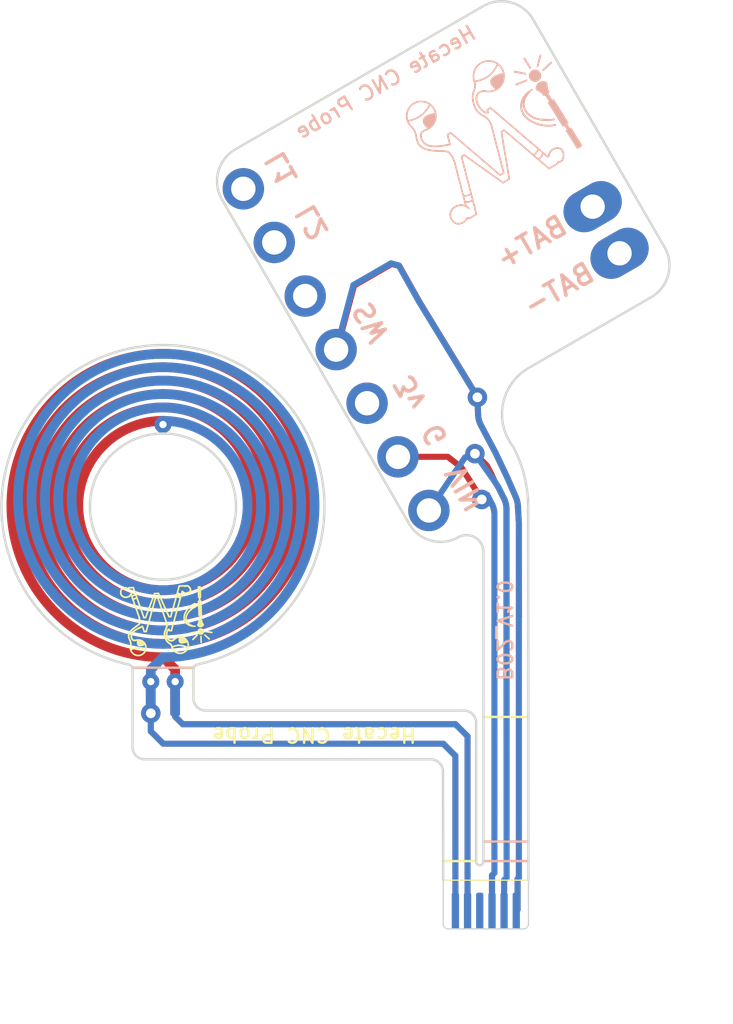
<source format=kicad_pcb>
(kicad_pcb (version 20240108) (generator "pcbnew") (generator_version "8.0")
  (layers (0 "F.Cu" signal) (31 "B.Cu" signal) (34 "B.Paste" user) (35 "F.Paste" user) (36 "B.SilkS" user "B.Silkscreen") (37 "F.SilkS" user "F.Silkscreen") (38 "B.Mask" user) (39 "F.Mask" user) (44 "Edge.Cuts" user))
  (net 0 "")
  (net 1 "Net-(J1-Pin_1)")
  (net 2 "Net-(J1-Pin_2)")
  (net 3 "Net-(J1-Pin_3)")
  (net 5 "Net-(J1-Pin_5)")
  (net 6 "Net-(J1-Pin_6)")
  (footprint "TouchProbeLibrary2:2.54mm Flex PCB Solder Hole" (layer "B.Cu") (at 18.748571 -10.594661 -60)
    (property "Reference" "J9" (hide yes))
    (property "Value" "Bat-")
  )
  (footprint "TouchProbeLibrary2:FPC Cable End For JUSHUO AFH34 JLCPCP C5139821" (layer "B.Cu") (at 13.257 15.6284)
    (property "Reference" "J1" (hide yes))
    (property "Value" "BB Board FPC Connection")
    (fp_line (start -1.75 -0.5) (end -1.75 1.3) (stroke (width 0.05)) (layer "Edge.Cuts"))
    (fp_line (start -1.55 1.5) (end 1.55 1.5) (stroke (width 0.05)) (layer "Edge.Cuts"))
    (fp_line (start 1.75 1.3) (end 1.75 -0.5) (stroke (width 0.05)) (layer "Edge.Cuts"))
    (fp_arc (start -1.55 1.5) (mid -1.691421 1.441421) (end -1.75 1.3) (stroke (width 0.05)) (layer "Edge.Cuts"))
    (fp_arc (start 1.75 1.3) (mid 1.691421 1.441421) (end 1.55 1.5) (stroke (width 0.05)) (layer "Edge.Cuts"))
  )
  (footprint "TouchProbeLibrary2:2.54mm Flex PCB Solder Hole" (layer "B.Cu") (at 8.380331 -4.441934 -60)
    (property "Reference" "J1" (hide yes))
    (property "Value" "3v")
  )
  (footprint "TouchProbeLibrary2:2.54mm Flex PCB Solder Hole" (layer "B.Cu") (at 7.110332 -6.641638 -152.5)
    (property "Reference" "J4" (hide yes))
    (property "Value" "Xiao Switch")
  )
  (footprint "TouchProbeLibrary2:2.54mm Flex PCB Solder Hole" (layer "B.Cu") (at 9.650333 -2.242228 -152.5)
    (property "Reference" "J2" (hide yes))
    (property "Value" "Xiao GND")
  )
  (footprint "TouchProbeLibrary2:2.54mm Flex PCB Solder Hole" (layer "B.Cu") (at 5.840333 -8.841344 -60)
    (property "Reference" "J7" (hide yes))
    (property "Value" "Empty")
  )
  (footprint "TouchProbeLibrary2:COIL_GENERATOR_1" (layer "B.Cu") (at 0 -0.2 -90)
    (property "Reference" "L2" (hide yes))
    (property "Value" "Wireless Charging Coil")
  )
  (footprint "TouchProbeLibrary2:2.54mm Flex PCB Solder Hole" (layer "B.Cu") (at 3.300331 -13.240751 -60)
    (property "Reference" "J6" (hide yes))
    (property "Value" "Las02")
  )
  (footprint "TouchProbeLibrary2:2.54mm Flex PCB Solder Hole" (layer "B.Cu") (at 4.57033 -11.041046 -60)
    (property "Reference" "J5" (hide yes))
    (property "Value" "Las01")
  )
  (footprint "TouchProbeLibrary2:2.54mm Flex PCB Solder Hole" (layer "B.Cu") (at 10.920332 -0.042526 -152.5)
    (property "Reference" "J3" (hide yes))
    (property "Value" "Xiao VUSB")
  )
  (footprint "TouchProbeLibrary2:2.54mm Flex PCB Solder Hole" (layer "B.Cu") (at 17.643666 -12.5084 -60)
    (property "Reference" "J8" (hide yes))
    (property "Value" "Bat+")
  )
  (gr_curve (pts (xy 16.299417 -14.352231) (xy 16.29475 -14.351965) (xy 16.290202 -14.351965) (xy 16.285796 -14.352165)) (stroke (width 0.07)) (layer "B.SilkS"))
  (gr_poly (pts (xy 13.982839 -17.994898) (xy 13.987964 -17.969999) (xy 13.994645 -17.919628) (xy 13.99725 -17.868881) (xy 13.995763 -17.81807) (xy 13.990193 -17.767541) (xy 13.980554 -17.71765) (xy 13.966934 -17.668688) (xy 13.949405 -17.620977) (xy 13.928091 -17.574836) (xy 13.903134 -17.530561) (xy 13.87469 -17.488443) (xy 13.842947 -17.448754) (xy 13.808102 -17.411758) (xy 13.770401 -17.377684) (xy 13.730068 -17.346759) (xy 13.687373 -17.319187) (xy 13.665103 -17.306941) (xy 13.607997 -17.35172) (xy 13.589793 -17.368149) (xy 13.574349 -17.382802) (xy 13.542152 -17.415386) (xy 13.515288 -17.448295) (xy 13.502458 -17.465674) (xy 13.479667 -17.499556) (xy 13.463534 -17.531494) (xy 13.455439 -17.550611) (xy 13.443545 -17.584511) (xy 13.438588 -17.6142) (xy 13.437113 -17.634279) (xy 13.43762 -17.66684) (xy 13.443787 -17.69333) (xy 13.450801 -17.713526) (xy 13.464635 -17.743668) (xy 13.484251 -17.770481) (xy 13.49786 -17.78615) (xy 13.524893 -17.813336) (xy 13.54345 -17.827817) (xy 13.559898 -17.839636) (xy 13.57723 -17.851236) (xy 13.616659 -17.875327) (xy 13.646266 -17.89017) (xy 13.666138 -17.89949) (xy 13.686695 -17.908633) (xy 13.737569 -17.929717) (xy 13.763719 -17.938961) (xy 13.785187 -17.946237) (xy 13.80439 -17.952466) (xy 13.823956 -17.958603) (xy 13.871384 -17.972763) (xy 13.895981 -17.979113) (xy 13.916846 -17.983741) (xy 13.939025 -17.987953) (xy 13.961564 -17.991697)) (fill solid) (layer "B.SilkS"))
  (gr_curve (pts (xy 10.804187 -15.061977) (xy 10.820835 -15.052017) (xy 10.838113 -15.042888) (xy 10.855971 -15.034611)) (stroke (width 0.07)) (layer "B.SilkS"))
  (gr_curve (pts (xy 12.718194 -16.94905) (xy 12.71969 -16.931021) (xy 12.721675 -16.91265) (xy 12.724141 -16.893996)) (stroke (width 0.07)) (layer "B.SilkS"))
  (gr_line (start 13.486694 -15.837826) (end 13.469988 -15.886487) (stroke (width 0.07)) (layer "B.SilkS"))
  (gr_line (start 15.869809 -14.695728) (end 15.863097 -14.680167) (stroke (width 0.07)) (layer "B.SilkS"))
  (gr_line (start 12.804726 -17.376578) (end 12.810506 -17.402002) (stroke (width 0.07)) (layer "B.SilkS"))
  (gr_curve (pts (xy 11.976902 -12.490364) (xy 11.962694 -12.480778) (xy 11.948616 -12.470397) (xy 11.934776 -12.459187)) (stroke (width 0.07)) (layer "B.SilkS"))
  (gr_curve (pts (xy 10.557724 -15.003617) (xy 10.570649 -14.990724) (xy 10.584568 -14.978205) (xy 10.599478 -14.966108)) (stroke (width 0.07)) (layer "B.SilkS"))
  (gr_curve (pts (xy 10.964672 -16.703415) (xy 10.835204 -16.464108) (xy 10.690705 -16.294708) (xy 10.500128 -16.183122)) (stroke (width 0.07)) (layer "B.SilkS"))
  (gr_curve (pts (xy 12.740599 -17.18581) (xy 12.736569 -17.172181) (xy 12.732775 -17.158285) (xy 12.729356 -17.144038)) (stroke (width 0.07)) (layer "B.SilkS"))
  (gr_curve (pts (xy 12.804726 -17.376578) (xy 12.80164 -17.363938) (xy 12.798143 -17.351394) (xy 12.79429 -17.338948)) (stroke (width 0.07)) (layer "B.SilkS"))
  (gr_arc (start 12.652302 -13.032054) (mid 12.500498 -12.964364) (end 12.334351 -12.959472) (stroke (width 0.07)) (layer "B.SilkS"))
  (gr_line (start 11.796309 -12.21803) (end 11.794895 -12.177781) (stroke (width 0.07)) (layer "B.SilkS"))
  (gr_line (start 13.074563 -17.237966) (end 13.097803 -17.244454) (stroke (width 0.07)) (layer "B.SilkS"))
  (gr_line (start 10.335199 -15.604357) (end 10.347143 -15.577161) (stroke (width 0.07)) (layer "B.SilkS"))
  (gr_line (start 12.19956 -11.812551) (end 12.225634 -11.819656) (stroke (width 0.07)) (layer "B.SilkS"))
  (gr_curve (pts (xy 12.411132 -12.539556) (xy 12.400775 -12.543523) (xy 12.390345 -12.547132) (xy 12.379832 -12.550437)) (stroke (width 0.07)) (layer "B.SilkS"))
  (gr_curve (pts (xy 10.666562 -15.192047) (xy 10.677165 -15.1765) (xy 10.688607 -15.161432) (xy 10.700874 -15.146913)) (stroke (width 0.07)) (layer "B.SilkS"))
  (gr_line (start 11.62764 -14.777528) (end 11.65341 -14.772359) (stroke (width 0.07)) (layer "B.SilkS"))
  (gr_poly (pts (xy 14.922837 -17.701738) (xy 14.926351 -17.702867) (xy 14.933632 -17.701809) (xy 14.939423 -17.697263) (xy 14.942168 -17.690443) (xy 14.941167 -17.683157) (xy 14.936667 -17.677328) (xy 14.93335 -17.675711) (xy 14.516407 -17.503469) (xy 14.512044 -17.501976) (xy 14.502929 -17.503149) (xy 14.495601 -17.508714) (xy 14.493545 -17.512837) (xy 14.491957 -17.517263) (xy 14.493181 -17.52661) (xy 14.498975 -17.534023) (xy 14.50325 -17.535989)) (stroke (width 0.05)) (fill solid) (layer "B.SilkS"))
  (gr_curve (pts (xy 12.785822 -17.314107) (xy 12.781479 -17.301689) (xy 12.776931 -17.289265) (xy 12.772248 -17.276778)) (stroke (width 0.07)) (layer "B.SilkS"))
  (gr_line (start 12.325855 -12.563419) (end 12.303485 -12.566825) (stroke (width 0.07)) (layer "B.SilkS"))
  (gr_curve (pts (xy 15.854504 -14.65607) (xy 15.857173 -14.664207) (xy 15.860038 -14.672239) (xy 15.863097 -14.680167)) (stroke (width 0.07)) (layer "B.SilkS"))
  (gr_line (start 11.682533 -15.460849) (end 11.787036 -15.057628) (stroke (width 0.07)) (layer "B.SilkS"))
  (gr_curve (pts (xy 15.834559 -14.563896) (xy 15.834719 -14.565292) (xy 15.834888 -14.566687) (xy 15.835057 -14.568073)) (stroke (width 0.07)) (layer "B.SilkS"))
  (gr_line (start 12.935801 -16.397549) (end 12.908056 -16.427509) (stroke (width 0.07)) (layer "B.SilkS"))
  (gr_line (start 15.843063 -14.614422) (end 15.839433 -14.597284) (stroke (width 0.07)) (layer "B.SilkS"))
  (gr_line (start 13.020383 -17.215011) (end 13.041086 -17.225819) (stroke (width 0.07)) (layer "B.SilkS"))
  (gr_line (start 12.413561 -11.928243) (end 12.42722 -11.946427) (stroke (width 0.07)) (layer "B.SilkS"))
  (gr_curve (pts (xy 12.780726 -16.660645) (xy 12.787455 -16.641186) (xy 12.794639 -16.621864) (xy 12.802334 -16.602753)) (stroke (width 0.07)) (layer "B.SilkS"))
  (gr_line (start 10.599153 -15.500214) (end 10.608258 -15.523927) (stroke (width 0.07)) (layer "B.SilkS"))
  (gr_curve (pts (xy 15.940022 -14.801126) (xy 15.945985 -14.807387) (xy 15.952159 -14.813485) (xy 15.958561 -14.81943)) (stroke (width 0.07)) (layer "B.SilkS"))
  (gr_line (start 12.379832 -12.550437) (end 12.358451 -12.556154) (stroke (width 0.07)) (layer "B.SilkS"))
  (gr_curve (pts (xy 12.816162 -17.50957) (xy 12.817201 -17.495486) (xy 12.817632 -17.481601) (xy 12.817515 -17.467952)) (stroke (width 0.07)) (layer "B.SilkS"))
  (gr_line (start 11.774653 -14.699954) (end 11.790473 -14.680844) (stroke (width 0.07)) (layer "B.SilkS"))
  (gr_curve (pts (xy 11.65341 -14.772359) (xy 11.665849 -14.769557) (xy 11.677377 -14.766326) (xy 11.688092 -14.762615)) (stroke (width 0.07)) (layer "B.SilkS"))
  (gr_curve (pts (xy 10.347143 -15.577161) (xy 10.352911 -15.563532) (xy 10.358242 -15.549828) (xy 10.363179 -15.536067)) (stroke (width 0.07)) (layer "B.SilkS"))
  (gr_line (start 16.442998 -14.697391) (end 16.437994 -14.719982) (stroke (width 0.07)) (layer "B.SilkS"))
  (gr_curve (pts (xy 11.954128 -14.391402) (xy 11.961002 -14.373328) (xy 11.967481 -14.354884) (xy 11.973476 -14.336143)) (stroke (width 0.07)) (layer "B.SilkS"))
  (gr_curve (pts (xy 12.723781 -17.114465) (xy 12.721212 -17.099485) (xy 12.719122 -17.08413) (xy 12.717508 -17.068369)) (stroke (width 0.07)) (layer "B.SilkS"))
  (gr_line (start 13.153953 -16.423578) (end 13.12923 -16.442473) (stroke (width 0.07)) (layer "B.SilkS"))
  (gr_curve (pts (xy 13.037298 -16.537877) (xy 13.048 -16.52465) (xy 13.058985 -16.511761) (xy 13.070242 -16.499239)) (stroke (width 0.07)) (layer "B.SilkS"))
  (gr_poly (pts (xy 17.125315 -14.928197) (xy 17.143049 -14.939689) (xy 17.160055 -14.951513) (xy 17.178961 -14.96579) (xy 17.199854 -14.983669) (xy 17.214381 -14.998888) (xy 17.222021 -15.01857) (xy 16.75999 -15.757942) (xy 16.720918 -15.75361) (xy 16.700841 -15.745243) (xy 16.605385 -15.898942) (xy 16.611922 -15.90418) (xy 16.615044 -15.90676) (xy 16.618045 -15.909282) (xy 16.620961 -15.911786) (xy 16.62375 -15.914242) (xy 16.626443 -15.916653) (xy 16.629016 -15.919006) (xy 16.631481 -15.921341) (xy 16.63384 -15.923606) (xy 16.636099 -15.925831) (xy 16.638233 -15.927993) (xy 16.64023 -15.930112) (xy 16.642138 -15.932194) (xy 16.643909 -15.934208) (xy 16.645577 -15.936151) (xy 16.647116 -15.938053) (xy 16.648532 -15.939885) (xy 16.649825 -15.94167) (xy 16.650988 -15.943371) (xy 16.652052 -15.945026) (xy 16.652952 -15.946612) (xy 16.653748 -15.948117) (xy 16.654402 -15.949574) (xy 16.654942 -15.950942) (xy 16.655327 -15.952256) (xy 16.655592 -15.953467) (xy 16.65572 -15.954622) (xy 16.655706 -15.955709) (xy 16.655564 -15.956699) (xy 16.654845 -15.958458) (xy 16.054612 -16.919049) (xy 16.052624 -16.920965) (xy 16.051704 -16.921429) (xy 16.050674 -16.921825) (xy 16.049528 -16.922139) (xy 16.048272 -16.922363) (xy 16.046896 -16.922504) (xy 16.045407 -16.922587) (xy 16.043812 -16.922575) (xy 16.042102 -16.922474) (xy 16.040282 -16.922299) (xy 16.038364 -16.922056) (xy 16.036335 -16.921714) (xy 16.034205 -16.921319) (xy 16.031981 -16.920835) (xy 16.029653 -16.920283) (xy 16.027227 -16.919639) (xy 16.024707 -16.918924) (xy 16.022088 -16.918129) (xy 16.019384 -16.917262) (xy 16.016579 -16.916332) (xy 16.013697 -16.915296) (xy 16.010722 -16.914228) (xy 16.007672 -16.913055) (xy 16.004524 -16.911817) (xy 16.001296 -16.91051) (xy 15.997996 -16.909122) (xy 15.9946 -16.907658) (xy 15.991143 -16.906133) (xy 15.987593 -16.904527) (xy 15.984001 -16.902861) (xy 15.82853 -17.151739) (xy 15.835007 -17.15705) (xy 15.838065 -17.159623) (xy 15.841018 -17.162179) (xy 15.843864 -17.164686) (xy 15.846596 -17.167132) (xy 15.849192 -17.169559) (xy 15.851698 -17.171901) (xy 15.854073 -17.174217) (xy 15.856333 -17.176463) (xy 15.858476 -17.178668) (xy 15.860492 -17.180809) (xy 15.86238 -17.182901) (xy 15.864152 -17.184932) (xy 15.865788 -17.186897) (xy 15.867311 -17.188799) (xy 15.868699 -17.190652) (xy 15.869963 -17.192431) (xy 15.871078 -17.194146) (xy 15.87209 -17.195766) (xy 15.872945 -17.197352) (xy 15.873676 -17.19885) (xy 15.874291 -17.200276) (xy 15.874729 -17.201644) (xy 15.875056 -17.202915) (xy 15.875244 -17.204101) (xy 15.875286 -17.205232) (xy 15.875189 -17.206266) (xy 15.874565 -17.208102) (xy 15.873364 -17.209588) (xy 15.86022 -17.234194) (xy 15.837457 -17.285139) (xy 15.818825 -17.337714) (xy 15.804434 -17.391626) (xy 15.794375 -17.446513) (xy 15.788714 -17.502016) (xy 15.7875 -17.557795) (xy 15.788846 -17.585657) (xy 15.776342 -17.605673) (xy 15.761853 -17.615589) (xy 15.731004 -17.632327) (xy 15.698404 -17.645328) (xy 15.664509 -17.654425) (xy 15.62979 -17.659513) (xy 15.594701 -17.660489) (xy 15.559737 -17.657353) (xy 15.525391 -17.650153) (xy 15.492118 -17.638986) (xy 15.460384 -17.623995) (xy 15.430611 -17.605398) (xy 15.403236 -17.583443) (xy 15.378603 -17.558434) (xy 15.357074 -17.530721) (xy 15.33893 -17.500676) (xy 15.324436 -17.468702) (xy 15.313776 -17.435289) (xy 15.307107 -17.400825) (xy 15.304508 -17.365812) (xy 15.306022 -17.330743) (xy 15.30858 -17.313387) (xy 15.321073 -17.293367) (xy 15.34672 -17.282371) (xy 15.39632 -17.256821) (xy 15.443738 -17.227416) (xy 15.488657 -17.194313) (xy 15.530793 -17.157735) (xy 15.569893 -17.117945) (xy 15.605688 -17.075143) (xy 15.62206 -17.05255) (xy 15.62423 -17.049451) (xy 15.625115 -17.048916) (xy 15.626138 -17.048456) (xy 15.62729 -17.048105) (xy 15.628586 -17.047818) (xy 15.630008 -17.047656) (xy 15.631538 -17.047554) (xy 15.633205 -17.047551) (xy 15.634989 -17.04765) (xy 15.636904 -17.047809) (xy 15.638935 -17.048074) (xy 15.641077 -17.048433) (xy 15.643337 -17.048871) (xy 15.645704 -17.049402) (xy 15.648193 -17.05) (xy 15.65079 -17.050703) (xy 15.653479 -17.05148) (xy 15.656291 -17.052361) (xy 15.659198 -17.053304) (xy 15.662204 -17.054333) (xy 15.665308 -17.055469) (xy 15.668521 -17.056673) (xy 15.67182 -17.057954) (xy 15.675227 -17.059324) (xy 15.67872 -17.060781) (xy 15.682288 -17.062329) (xy 15.68595 -17.063935) (xy 15.6897 -17.065638) (xy 15.69354 -17.067415) (xy 15.849239 -16.818645) (xy 15.824977 -16.797361) (xy 15.810579 -16.781558) (xy 15.80378 -16.762218) (xy 16.403975 -15.801693) (xy 16.406148 -15.799665) (xy 16.407143 -15.79919) (xy 16.408281 -15.798797) (xy 16.409553 -15.798493) (xy 16.410968 -15.798292) (xy 16.41249 -15.798177) (xy 16.414143 -15.798148) (xy 16.415928 -15.798222) (xy 16.41783 -15.798379) (xy 16.419864 -15.798631) (xy 16.422008 -15.798969) (xy 16.424272 -15.799396) (xy 16.42664 -15.799903) (xy 16.429123 -15.80051) (xy 16.431724 -15.801212) (xy 16.434432 -15.801975) (xy 16.437242 -15.802835) (xy 16.440147 -15.80379) (xy 16.443153 -15.804804) (xy 16.446264 -15.805933) (xy 16.449471 -15.807136) (xy 16.452771 -15.80841) (xy 16.456174 -15.809781) (xy 16.459665 -15.811218) (xy 16.463232 -15.812752) (xy 16.466891 -15.814363) (xy 16.470646 -15.816056) (xy 16.474471 -15.817835) (xy 16.478379 -15.819677) (xy 16.482342 -15.821606) (xy 16.577744 -15.668065) (xy 16.546349 -15.639126) (xy 16.538445 -15.61953) (xy 17.000618 -14.879924) (xy 17.02919 -14.880481) (xy 17.048421 -14.887497) (xy 17.067899 -14.896243) (xy 17.107205 -14.917255)) (fill solid) (layer "B.SilkS"))
  (gr_curve (pts (xy 16.401631 -14.428469) (xy 16.396935 -14.420575) (xy 16.392057 -14.413164) (xy 16.387032 -14.406259)) (stroke (width 0.07)) (layer "B.SilkS"))
  (gr_line (start 12.533306 -12.467524) (end 12.513784 -12.482683) (stroke (width 0.07)) (layer "B.SilkS"))
  (gr_curve (pts (xy 12.54476 -12.044182) (xy 12.551237 -12.041505) (xy 12.557879 -12.037683) (xy 12.564684 -12.032683)) (stroke (width 0.07)) (layer "B.SilkS"))
  (gr_curve (pts (xy 12.81959 -16.565376) (xy 12.828525 -16.546854) (xy 12.838111 -16.528663) (xy 12.848386 -16.510841)) (stroke (width 0.07)) (layer "B.SilkS"))
  (gr_line (start 10.793303 -14.866884) (end 10.841578 -14.852688) (stroke (width 0.07)) (layer "B.SilkS"))
  (gr_line (start 12.50232 -12.041466) (end 12.513932 -12.046183) (stroke (width 0.07)) (layer "B.SilkS"))
  (gr_line (start 15.857583 -14.068018) (end 14.005896 -15.651179) (stroke (width 0.07)) (layer "B.SilkS"))
  (gr_curve (pts (xy 12.183952 -12.568383) (xy 12.171206 -12.566876) (xy 12.158244 -12.564893) (xy 12.145063 -12.562373)) (stroke (width 0.07)) (layer "B.SilkS"))
  (gr_curve (pts (xy 10.99174 -14.995336) (xy 11.012177 -14.991754) (xy 11.032886 -14.988911) (xy 11.053861 -14.98669)) (stroke (width 0.07)) (layer "B.SilkS"))
  (gr_poly (pts (xy 14.876764 -17.946855) (xy 14.880423 -17.946422) (xy 14.887379 -17.948841) (xy 14.892185 -17.954414) (xy 14.893578 -17.961639) (xy 14.891213 -17.968587) (xy 14.885682 -17.97345) (xy 14.88211 -17.97441) (xy 14.439959 -18.063928) (xy 14.435354 -18.064603) (xy 14.426525 -18.061624) (xy 14.420383 -18.054612) (xy 14.419262 -18.050084) (xy 14.418603 -18.045475) (xy 14.421667 -18.03666) (xy 14.428737 -18.030583) (xy 14.433271 -18.029488)) (stroke (width 0.05)) (fill solid) (layer "B.SilkS"))
  (gr_curve (pts (xy 12.885697 -16.824226) (xy 12.88944 -16.809822) (xy 12.893729 -16.795346) (xy 12.89858 -16.780813)) (stroke (width 0.07)) (layer "B.SilkS"))
  (gr_line (start 11.973476 -14.336143) (end 11.984028 -14.297628) (stroke (width 0.07)) (layer "B.SilkS"))
  (gr_curve (pts (xy 12.935801 -16.397549) (xy 12.949943 -16.382869) (xy 12.964619 -16.368765) (xy 12.979759 -16.355256)) (stroke (width 0.07)) (layer "B.SilkS"))
  (gr_curve (pts (xy 16.376695 -14.39403) (xy 16.371495 -14.388184) (xy 16.366225 -14.382884) (xy 16.3609 -14.378116)) (stroke (width 0.07)) (layer "B.SilkS"))
  (gr_line (start 16.008537 -14.857112) (end 15.993275 -14.847161) (stroke (width 0.07)) (layer "B.SilkS"))
  (gr_line (start 12.258345 -14.559184) (end 12.86957 -12.2009) (stroke (width 0.07)) (layer "B.SilkS"))
  (gr_curve (pts (xy 16.27744 -14.352784) (xy 16.273325 -14.353115) (xy 16.26937 -14.353472) (xy 16.265566 -14.353762)) (stroke (width 0.07)) (layer "B.SilkS"))
  (gr_line (start 11.203597 -14.983314) (end 11.160541 -14.982285) (stroke (width 0.07)) (layer "B.SilkS"))
  (gr_line (start 10.727782 -15.119902) (end 10.700874 -15.146913) (stroke (width 0.07)) (layer "B.SilkS"))
  (gr_curve (pts (xy 12.085423 -11.806929) (xy 12.100618 -11.804438) (xy 12.115541 -11.80321) (xy 12.130136 -11.803122)) (stroke (width 0.07)) (layer "B.SilkS"))
  (gr_line (start 15.854504 -14.65607) (end 15.849351 -14.63971) (stroke (width 0.07)) (layer "B.SilkS"))
  (gr_curve (pts (xy 11.374341 -14.790711) (xy 11.398818 -14.790016) (xy 11.422514 -14.789404) (xy 11.44532 -14.788835)) (stroke (width 0.07)) (layer "B.SilkS"))
  (gr_circle (center 15.277707 -17.883208) (end 15.060095 -17.74724) (fill solid) (layer "B.SilkS"))
  (gr_line (start 12.872623 -16.89519) (end 12.870283 -16.922966) (stroke (width 0.07)) (layer "B.SilkS"))
  (gr_line (start 12.785822 -17.314107) (end 12.79429 -17.338948) (stroke (width 0.07)) (layer "B.SilkS"))
  (gr_curve (pts (xy 11.70763 -14.753586) (xy 11.717113 -14.748793) (xy 11.726057 -14.743436) (xy 11.734578 -14.737474)) (stroke (width 0.07)) (layer "B.SilkS"))
  (gr_curve (pts (xy 12.73042 -16.855942) (xy 12.733774 -16.836799) (xy 12.737569 -16.817467) (xy 12.741771 -16.797965)) (stroke (width 0.07)) (layer "B.SilkS"))
  (gr_line (start 13.134898 -17.250035) (end 13.16051 -17.252103) (stroke (width 0.07)) (layer "B.SilkS"))
  (gr_line (start 16.450073 -14.63922) (end 16.448544 -14.662764) (stroke (width 0.07)) (layer "B.SilkS"))
  (gr_line (start 11.856724 -14.585717) (end 11.873981 -14.556767) (stroke (width 0.07)) (layer "B.SilkS"))
  (gr_curve (pts (xy 11.831231 -14.624897) (xy 11.839621 -14.612443) (xy 11.848133 -14.599368) (xy 11.856724 -14.585717)) (stroke (width 0.07)) (layer "B.SilkS"))
  (gr_curve (pts (xy 10.833333 -15.676213) (xy 10.813938 -15.668736) (xy 10.795512 -15.661284) (xy 10.77805 -15.653825)) (stroke (width 0.07)) (layer "B.SilkS"))
  (gr_line (start 12.47462 -12.014568) (end 12.48561 -12.026897) (stroke (width 0.07)) (layer "B.SilkS"))
  (gr_curve (pts (xy 13.153953 -16.423578) (xy 13.166416 -16.414489) (xy 13.179009 -16.40613) (xy 13.191729 -16.398576)) (stroke (width 0.07)) (layer "B.SilkS"))
  (gr_line (start 12.145063 -12.562373) (end 12.118075 -12.555538) (stroke (width 0.07)) (layer "B.SilkS"))
  (gr_line (start 12.805054 -17.582321) (end 12.799422 -17.605643) (stroke (width 0.07)) (layer "B.SilkS"))
  (gr_curve (pts (xy 12.343424 -11.867016) (xy 12.353721 -11.873126) (xy 12.363547 -11.879743) (xy 12.372854 -11.886914)) (stroke (width 0.07)) (layer "B.SilkS"))
  (gr_line (start 16.21292 -14.290069) (end 15.857583 -14.068018) (stroke (width 0.07)) (layer "B.SilkS"))
  (gr_line (start 12.372854 -11.886914) (end 12.389977 -11.902725) (stroke (width 0.07)) (layer "B.SilkS"))
  (gr_line (start 10.893227 -15.020576) (end 10.855971 -15.034611) (stroke (width 0.07)) (layer "B.SilkS"))
  (gr_line (start 13.349779 -16.36922) (end 13.322935 -16.365018) (stroke (width 0.07)) (layer "B.SilkS"))
  (gr_line (start 12.263636 -11.831646) (end 12.287687 -11.840684) (stroke (width 0.07)) (layer "B.SilkS"))
  (gr_line (start 13.895376 -15.582118) (end 14.219296 -13.649094) (stroke (width 0.07)) (layer "B.SilkS"))
  (gr_line (start 11.822053 -12.311985) (end 11.809374 -12.275374) (stroke (width 0.07)) (layer "B.SilkS"))
  (gr_poly (pts (xy 11.188646 -16.344966) (xy 11.193187 -16.321323) (xy 11.198873 -16.27353) (xy 11.200687 -16.225412) (xy 11.198606 -16.177309) (xy 11.192668 -16.129541) (xy 11.182875 -16.082392) (xy 11.169327 -16.036203) (xy 11.152095 -15.991251) (xy 11.131286 -15.947839) (xy 11.107034 -15.906252) (xy 11.079528 -15.866746) (xy 11.048905 -15.829602) (xy 11.015397 -15.795028) (xy 10.979204 -15.763285) (xy 10.940567 -15.734568) (xy 10.899738 -15.709048) (xy 10.878473 -15.697775) (xy 10.826135 -15.742631) (xy 10.796734 -15.768902) (xy 10.766303 -15.799645) (xy 10.7411 -15.832307) (xy 10.729131 -15.849857) (xy 10.707958 -15.884531) (xy 10.693235 -15.918067) (xy 10.685947 -15.93831) (xy 10.675443 -15.974359) (xy 10.671557 -16.006141) (xy 10.670779 -16.027595) (xy 10.672306 -16.062294) (xy 10.679614 -16.091746) (xy 10.686571 -16.111301) (xy 10.700879 -16.14247) (xy 10.720594 -16.169406) (xy 10.734134 -16.184883) (xy 10.760836 -16.211322) (xy 10.793227 -16.234686) (xy 10.811598 -16.246263) (xy 10.84946 -16.267667) (xy 10.877526 -16.280117) (xy 10.896288 -16.28777) (xy 10.915603 -16.295118) (xy 10.9632 -16.311612) (xy 11.002175 -16.322203) (xy 11.022253 -16.327191) (xy 11.042709 -16.331961) (xy 11.084183 -16.340887) (xy 11.124725 -16.345955) (xy 11.145681 -16.346442) (xy 11.167583 -16.346002)) (fill solid) (layer "B.SilkS"))
  (gr_curve (pts (xy 13.283025 -16.367051) (xy 13.296273 -16.365295) (xy 13.309574 -16.364615) (xy 13.322935 -16.365018)) (stroke (width 0.07)) (layer "B.SilkS"))
  (gr_line (start 13.092117 -16.27367) (end 13.059284 -16.294724) (stroke (width 0.07)) (layer "B.SilkS"))
  (gr_curve (pts (xy 13.323155 -16.117726) (xy 13.33671 -16.104707) (xy 13.349863 -16.09092) (xy 13.362585 -16.076281)) (stroke (width 0.07)) (layer "B.SilkS"))
  (gr_line (start 13.731418 -18.327363) (end 13.745631 -18.360108) (stroke (width 0.07)) (layer "B.SilkS"))
  (gr_curve (pts (xy 10.893227 -15.020576) (xy 10.912095 -15.01395) (xy 10.931439 -15.008158) (xy 10.951209 -15.003144)) (stroke (width 0.07)) (layer "B.SilkS"))
  (gr_curve (pts (xy 10.97067 -14.824196) (xy 10.997564 -14.819584) (xy 11.024861 -14.81546) (xy 11.052469 -14.811839)) (stroke (width 0.07)) (layer "B.SilkS"))
  (gr_line (start 11.096318 -14.984004) (end 11.053861 -14.98669) (stroke (width 0.07)) (layer "B.SilkS"))
  (gr_arc (start 10.216972 -15.776527) (mid 10.711566 -16.816796) (end 10.816895 -15.669759) (stroke (width 0.07)) (layer "B.SilkS"))
  (gr_curve (pts (xy 10.588172 -15.433234) (xy 10.587858 -15.418666) (xy 10.58849 -15.403561) (xy 10.590042 -15.387969)) (stroke (width 0.07)) (layer "B.SilkS"))
  (gr_curve (pts (xy 12.751438 -16.758719) (xy 12.756465 -16.739076) (xy 12.761894 -16.719381) (xy 12.767749 -16.699709)) (stroke (width 0.07)) (layer "B.SilkS"))
  (gr_line (start 16.423093 -14.472428) (end 16.430472 -14.49206) (stroke (width 0.07)) (layer "B.SilkS"))
  (gr_line (start 12.715847 -17.035655) (end 12.717508 -17.068369) (stroke (width 0.07)) (layer "B.SilkS"))
  (gr_curve (pts (xy 13.173714 -16.224799) (xy 13.18976 -16.215324) (xy 13.205642 -16.205859) (xy 13.22126 -16.196235)) (stroke (width 0.07)) (layer "B.SilkS"))
  (gr_line (start 16.141646 -14.908228) (end 16.122228 -14.904569) (stroke (width 0.07)) (layer "B.SilkS"))
  (gr_curve (pts (xy 16.24248 -14.350827) (xy 16.239598 -14.349543) (xy 16.236858 -14.347879) (xy 16.234292 -14.345784)) (stroke (width 0.07)) (layer "B.SilkS"))
  (gr_curve (pts (xy 12.972972 -17.181512) (xy 12.964219 -17.173801) (xy 12.955855 -17.165607) (xy 12.94789 -17.156923)) (stroke (width 0.07)) (layer "B.SilkS"))
  (gr_line (start 15.912426 -14.76848) (end 15.90245 -14.754749) (stroke (width 0.07)) (layer "B.SilkS"))
  (gr_curve (pts (xy 12.933224 -17.138253) (xy 12.926112 -17.128713) (xy 12.919436 -17.118732) (xy 12.913213 -17.108346)) (stroke (width 0.07)) (layer "B.SilkS"))
  (gr_line (start 13.386721 -16.044157) (end 13.362585 -16.076281) (stroke (width 0.07)) (layer "B.SilkS"))
  (gr_line (start 16.3609 -14.378116) (end 16.350221 -14.370202) (stroke (width 0.07)) (layer "B.SilkS"))
  (gr_curve (pts (xy 11.245265 -14.795715) (xy 11.272172 -14.794295) (xy 11.298648 -14.793143) (xy 11.324603 -14.792206)) (stroke (width 0.07)) (layer "B.SilkS"))
  (gr_line (start 12.816162 -17.50957) (end 12.813503 -17.537986) (stroke (width 0.07)) (layer "B.SilkS"))
  (gr_line (start 12.322338 -11.855305) (end 12.343424 -11.867016) (stroke (width 0.07)) (layer "B.SilkS"))
  (gr_line (start 12.36886 -14.62825) (end 12.258345 -14.559184) (stroke (width 0.07)) (layer "B.SilkS"))
  (gr_line (start 13.283025 -16.367051) (end 13.2566 -16.371646) (stroke (width 0.07)) (layer "B.SilkS"))
  (gr_line (start 13.320032 -16.483978) (end 13.447557 -16.563669) (stroke (width 0.07)) (layer "B.SilkS"))
  (gr_curve (pts (xy 15.869809 -14.695728) (xy 15.873274 -14.703435) (xy 15.876923 -14.711051) (xy 15.880766 -14.718561)) (stroke (width 0.07)) (layer "B.SilkS"))
  (gr_line (start 11.897 -11.921744) (end 11.927379 -11.891229) (stroke (width 0.07)) (layer "B.SilkS"))
  (gr_curve (pts (xy 15.843063 -14.614422) (xy 15.844961 -14.62295) (xy 15.847062 -14.631373) (xy 15.849351 -14.63971)) (stroke (width 0.07)) (layer "B.SilkS"))
  (gr_line (start 16.234292 -14.345784) (end 16.229601 -14.340217) (stroke (width 0.07)) (layer "B.SilkS"))
  (gr_curve (pts (xy 16.288081 -14.896695) (xy 16.297316 -14.893233) (xy 16.306372 -14.889274) (xy 16.31522 -14.884818)) (stroke (width 0.07)) (layer "B.SilkS"))
  (gr_curve (pts (xy 16.32399 -14.35686) (xy 16.318873 -14.355156) (xy 16.313836 -14.353892) (xy 16.308901 -14.353023)) (stroke (width 0.07)) (layer "B.SilkS"))
  (gr_line (start 16.190991 -14.912788) (end 16.171131 -14.912098) (stroke (width 0.07)) (layer "B.SilkS"))
  (gr_curve (pts (xy 13.074563 -17.237966) (xy 13.063086 -17.234454) (xy 13.051924 -17.230408) (xy 13.041086 -17.225819)) (stroke (width 0.07)) (layer "B.SilkS"))
  (gr_curve (pts (xy 12.715847 -17.035655) (xy 12.715279 -17.019074) (xy 12.715233 -17.002144) (xy 12.715719 -16.984796)) (stroke (width 0.07)) (layer "B.SilkS"))
  (gr_line (start 12.740599 -17.18581) (end 12.748973 -17.212771) (stroke (width 0.07)) (layer "B.SilkS"))
  (gr_curve (pts (xy 12.42722 -11.946427) (xy 12.433887 -11.955552) (xy 12.440226 -11.964729) (xy 12.44629 -11.973794)) (stroke (width 0.07)) (layer "B.SilkS"))
  (gr_line (start 11.324603 -14.792206) (end 11.374341 -14.790711) (stroke (width 0.07)) (layer "B.SilkS"))
  (gr_arc (start 12.720307 -12.774291) (mid 12.564823 -12.708847) (end 12.396142 -12.706837) (stroke (width 0.07)) (layer "B.SilkS"))
  (gr_curve (pts (xy 16.423093 -14.472428) (xy 16.419281 -14.46281) (xy 16.415188 -14.453558) (xy 16.41087 -14.444743)) (stroke (width 0.07)) (layer "B.SilkS"))
  (gr_curve (pts (xy 16.448617 -14.580456) (xy 16.447516 -14.568831) (xy 16.446014 -14.557328) (xy 16.444119 -14.545975)) (stroke (width 0.07)) (layer "B.SilkS"))
  (gr_line (start 16.248387 -14.352995) (end 16.24248 -14.350827) (stroke (width 0.07)) (layer "B.SilkS"))
  (gr_line (start 12.054728 -11.813218) (end 12.085423 -11.806929) (stroke (width 0.07)) (layer "B.SilkS"))
  (gr_line (start 16.401631 -14.428469) (end 16.41087 -14.444743) (stroke (width 0.07)) (layer "B.SilkS"))
  (gr_line (start 10.745998 -15.638844) (end 10.77805 -15.653825) (stroke (width 0.07)) (layer "B.SilkS"))
  (gr_curve (pts (xy 12.358451 -12.556154) (xy 12.347701 -12.558859) (xy 12.336852 -12.561277) (xy 12.325855 -12.563419)) (stroke (width 0.07)) (layer "B.SilkS"))
  (gr_curve (pts (xy 13.486694 -15.837826) (xy 13.487572 -15.835142) (xy 13.488448 -15.832446) (xy 13.491019 -15.824278)) (stroke (width 0.07)) (layer "B.SilkS"))
  (gr_line (start 10.666562 -15.192047) (end 10.646223 -15.223551) (stroke (width 0.07)) (layer "B.SilkS"))
  (gr_line (start 11.44532 -14.788835) (end 11.487973 -14.78754) (stroke (width 0.07)) (layer "B.SilkS"))
  (gr_curve (pts (xy 12.762852 -17.251468) (xy 12.758149 -17.238737) (xy 12.753501 -17.225845) (xy 12.748973 -17.212771)) (stroke (width 0.07)) (layer "B.SilkS"))
  (gr_line (start 16.387032 -14.406259) (end 16.376695 -14.39403) (stroke (width 0.07)) (layer "B.SilkS"))
  (gr_line (start 13.990732 -13.896215) (end 13.491019 -15.824278) (stroke (width 0.07)) (layer "B.SilkS"))
  (gr_line (start 13.842343 -13.803501) (end 13.990732 -13.896215) (stroke (width 0.07)) (layer "B.SilkS"))
  (gr_line (start 11.688092 -14.762615) (end 11.70763 -14.753586) (stroke (width 0.07)) (layer "B.SilkS"))
  (gr_line (start 11.984028 -14.297628) (end 12.4433 -12.525662) (stroke (width 0.07)) (layer "B.SilkS"))
  (gr_curve (pts (xy 11.90829 -12.434302) (xy 11.895296 -12.421449) (xy 11.882787 -12.407781) (xy 11.870923 -12.393304)) (stroke (width 0.07)) (layer "B.SilkS"))
  (gr_curve (pts (xy 10.727424 -14.89246) (xy 10.748438 -14.883368) (xy 10.770413 -14.874856) (xy 10.793303 -14.866884)) (stroke (width 0.07)) (layer "B.SilkS"))
  (gr_curve (pts (xy 12.118075 -12.555538) (xy 12.104478 -12.551816) (xy 12.090674 -12.547469) (xy 12.076709 -12.542453)) (stroke (width 0.07)) (layer "B.SilkS"))
  (gr_line (start 16.370954 -14.842401) (end 16.35636 -14.856659) (stroke (width 0.07)) (layer "B.SilkS"))
  (gr_line (start 10.412973 -15.322049) (end 10.418988 -15.292441) (stroke (width 0.07)) (layer "B.SilkS"))
  (gr_curve (pts (xy 12.4433 -12.525662) (xy 12.436867 -12.528766) (xy 12.43044 -12.531712) (xy 12.424028 -12.534459)) (stroke (width 0.07)) (layer "B.SilkS"))
  (gr_curve (pts (xy 12.881226 -17.027665) (xy 12.878088 -17.015307) (xy 12.875493 -17.002683) (xy 12.873459 -16.989798)) (stroke (width 0.07)) (layer "B.SilkS"))
  (gr_curve (pts (xy 11.790473 -14.680844) (xy 11.798404 -14.670959) (xy 11.806422 -14.660409) (xy 11.814567 -14.649203)) (stroke (width 0.07)) (layer "B.SilkS"))
  (gr_curve (pts (xy 15.972044 -14.830827) (xy 15.978883 -14.836457) (xy 15.985968 -14.841902) (xy 15.993275 -14.847161)) (stroke (width 0.07)) (layer "B.SilkS"))
  (gr_line (start 11.515749 -15.01375) (end 11.476196 -15.008268) (stroke (width 0.07)) (layer "B.SilkS"))
  (gr_line (start 15.972044 -14.830827) (end 15.958561 -14.81943) (stroke (width 0.07)) (layer "B.SilkS"))
  (gr_line (start 16.402981 -14.801205) (end 16.39129 -14.818954) (stroke (width 0.07)) (layer "B.SilkS"))
  (gr_arc (start 15.834559 -14.563896) (mid 15.822041 -14.547331) (end 15.801614 -14.550954) (stroke (width 0.07)) (layer "B.SilkS"))
  (gr_line (start 12.828225 -17.648496) (end 12.788346 -17.641673) (stroke (width 0.07)) (layer "B.SilkS"))
  (gr_curve (pts (xy 15.835057 -14.568073) (xy 15.836556 -14.579754) (xy 15.837907 -14.588578) (xy 15.839433 -14.597284)) (stroke (width 0.07)) (layer "B.SilkS"))
  (gr_curve (pts (xy 11.611535 -15.027991) (xy 11.630183 -15.0309) (xy 11.648575 -15.033834) (xy 11.666704 -15.036786)) (stroke (width 0.07)) (layer "B.SilkS"))
  (gr_line (start 12.885697 -16.824226) (end 12.878755 -16.852923) (stroke (width 0.07)) (layer "B.SilkS"))
  (gr_line (start 10.383681 -15.466324) (end 10.390194 -15.43795) (stroke (width 0.07)) (layer "B.SilkS"))
  (gr_curve (pts (xy 12.871048 -16.476598) (xy 12.882715 -16.459725) (xy 12.895051 -16.44336) (xy 12.908056 -16.427509)) (stroke (width 0.07)) (layer "B.SilkS"))
  (gr_curve (pts (xy 16.008537 -14.857112) (xy 16.016269 -14.86199) (xy 16.024222 -14.866654) (xy 16.032383 -14.871106)) (stroke (width 0.07)) (layer "B.SilkS"))
  (gr_curve (pts (xy 12.872623 -16.89519) (xy 12.874087 -16.881232) (xy 12.876138 -16.867141) (xy 12.878755 -16.852923)) (stroke (width 0.07)) (layer "B.SilkS"))
  (gr_curve (pts (xy 13.093443 -16.475586) (xy 13.105179 -16.464002) (xy 13.117094 -16.452957) (xy 13.12923 -16.442473)) (stroke (width 0.07)) (layer "B.SilkS"))
  (gr_curve (pts (xy 11.927379 -11.891229) (xy 11.942805 -11.876663) (xy 11.95869 -11.863523) (xy 11.974811 -11.851919)) (stroke (width 0.07)) (layer "B.SilkS"))
  (gr_curve (pts (xy 12.561246 -12.441466) (xy 12.552063 -12.450626) (xy 12.542719 -12.459323) (xy 12.533306 -12.467524)) (stroke (width 0.07)) (layer "B.SilkS"))
  (gr_line (start 11.611535 -15.027991) (end 11.573979 -15.022184) (stroke (width 0.07)) (layer "B.SilkS"))
  (gr_curve (pts (xy 12.389977 -11.902725) (xy 12.398307 -11.910839) (xy 12.406148 -11.919378) (xy 12.413561 -11.928243)) (stroke (width 0.07)) (layer "B.SilkS"))
  (gr_line (start -1.239 6.4104) (end 1.261 6.4104) (stroke (width 0.1)) (layer "B.SilkS"))
  (gr_line (start 12.20922 -12.570888) (end 12.183952 -12.568383) (stroke (width 0.07)) (layer "B.SilkS"))
  (gr_poly (pts (xy 15.615182 -18.101763) (xy 15.612271 -18.099485) (xy 15.605065 -18.098006) (xy 15.59807 -18.100291) (xy 15.593151 -18.105761) (xy 15.591604 -18.112956) (xy 15.593841 -18.119962) (xy 15.596393 -18.122613) (xy 15.929293 -18.427081) (xy 15.93294 -18.430072) (xy 15.942148 -18.432024) (xy 15.951072 -18.429038) (xy 15.954368 -18.425655) (xy 15.957158 -18.421994) (xy 15.95895 -18.412984) (xy 15.956013 -18.404262) (xy 15.952763 -18.401003)) (stroke (width 0.05)) (fill solid) (layer "B.SilkS"))
  (gr_line (start 16.240408 -14.909274) (end 16.220782 -14.911983) (stroke (width 0.07)) (layer "B.SilkS"))
  (gr_line (start 16.285796 -14.352165) (end 16.27744 -14.352784) (stroke (width 0.07)) (layer "B.SilkS"))
  (gr_line (start 11.547273 -14.78514) (end 11.581362 -14.782598) (stroke (width 0.07)) (layer "B.SilkS"))
  (gr_curve (pts (xy 10.62903 -15.555024) (xy 10.621147 -15.545183) (xy 10.614222 -15.534839) (xy 10.608258 -15.523927)) (stroke (width 0.07)) (layer "B.SilkS"))
  (gr_line (start 11.799806 -12.116329) (end 11.810981 -12.075144) (stroke (width 0.07)) (layer "B.SilkS"))
  (gr_curve (pts (xy 12.909801 -16.751605) (xy 12.915663 -16.736995) (xy 12.922043 -16.722356) (xy 12.928903 -16.707713)) (stroke (width 0.07)) (layer "B.SilkS"))
  (gr_line (start 16.448617 -14.580456) (end 16.450435 -14.603823) (stroke (width 0.07)) (layer "B.SilkS"))
  (gr_line (start 12.424028 -12.534459) (end 12.411132 -12.539556) (stroke (width 0.07)) (layer "B.SilkS"))
  (gr_line (start 14.005896 -15.651179) (end 13.895376 -15.582118) (stroke (width 0.07)) (layer "B.SilkS"))
  (gr_curve (pts (xy 11.810981 -12.075144) (xy 11.817337 -12.054646) (xy 11.825235 -12.034297) (xy 11.834638 -12.014261)) (stroke (width 0.07)) (layer "B.SilkS"))
  (gr_curve (pts (xy 10.595973 -15.355753) (xy 10.599382 -15.339528) (xy 10.603741 -15.323016) (xy 10.609019 -15.30635)) (stroke (width 0.07)) (layer "B.SilkS"))
  (gr_curve (pts (xy 10.390194 -15.43795) (xy 10.393369 -15.42372) (xy 10.396339 -15.409401) (xy 10.399176 -15.39501)) (stroke (width 0.07)) (layer "B.SilkS"))
  (gr_curve (pts (xy 16.332154 -14.874441) (xy 16.340504 -14.869004) (xy 16.348581 -14.86307) (xy 16.35636 -14.856659)) (stroke (width 0.07)) (layer "B.SilkS"))
  (gr_curve (pts (xy 12.871143 -16.963423) (xy 12.870271 -16.950129) (xy 12.86998 -16.936626) (xy 12.870283 -16.922966)) (stroke (width 0.07)) (layer "B.SilkS"))
  (gr_curve (pts (xy 12.245565 -12.571392) (xy 12.233642 -12.571615) (xy 12.221532 -12.571449) (xy 12.20922 -12.570888)) (stroke (width 0.07)) (layer "B.SilkS"))
  (gr_curve (pts (xy 11.75088 -14.723636) (xy 11.758943 -14.716394) (xy 11.76684 -14.708507) (xy 11.774653 -14.699954)) (stroke (width 0.07)) (layer "B.SilkS"))
  (gr_curve (pts (xy 13.272854 -17.241203) (xy 13.257939 -17.244272) (xy 13.2433 -17.246794) (xy 13.228937 -17.248774)) (stroke (width 0.07)) (layer "B.SilkS"))
  (gr_arc (start 15.606272 -14.709768) (mid 15.533043 -14.561348) (end 15.412725 -14.447708) (stroke (width 0.07)) (layer "B.SilkS"))
  (gr_curve (pts (xy 12.225634 -11.819656) (xy 12.238545 -11.823375) (xy 12.251211 -11.827412) (xy 12.263636 -11.831646)) (stroke (width 0.07)) (layer "B.SilkS"))
  (gr_line (start 10.595973 -15.355753) (end 10.590042 -15.387969) (stroke (width 0.07)) (layer "B.SilkS"))
  (gr_line (start 12.902257 -17.086479) (end 12.913213 -17.108346) (stroke (width 0.07)) (layer "B.SilkS"))
  (gr_line (start 10.677946 -15.599817) (end 10.702292 -15.615974) (stroke (width 0.07)) (layer "B.SilkS"))
  (gr_line (start 11.814567 -14.649203) (end 11.831231 -14.624897) (stroke (width 0.07)) (layer "B.SilkS"))
  (gr_line (start 10.363179 -15.536067) (end 10.371959 -15.508302) (stroke (width 0.07)) (layer "B.SilkS"))
  (gr_line (start 10.99174 -14.995336) (end 10.951209 -15.003144) (stroke (width 0.07)) (layer "B.SilkS"))
  (gr_curve (pts (xy 16.229601 -14.340217) (xy 16.227324 -14.337186) (xy 16.225201 -14.333696) (xy 16.223232 -14.329698)) (stroke (width 0.07)) (layer "B.SilkS"))
  (gr_curve (pts (xy 12.805054 -17.582321) (xy 12.808475 -17.5673) (xy 12.811288 -17.552539) (xy 12.813503 -17.537986)) (stroke (width 0.07)) (layer "B.SilkS"))
  (gr_curve (pts (xy 16.258418 -14.353857) (xy 16.254922 -14.353802) (xy 16.251585 -14.35354) (xy 16.248387 -14.352995)) (stroke (width 0.07)) (layer "B.SilkS"))
  (gr_curve (pts (xy 10.437128 -15.217884) (xy 10.441435 -15.202947) (xy 10.446141 -15.188015) (xy 10.451327 -15.173102)) (stroke (width 0.07)) (layer "B.SilkS"))
  (gr_curve (pts (xy 10.502369 -15.071239) (xy 10.511678 -15.057157) (xy 10.521811 -15.043304) (xy 10.532827 -15.029748)) (stroke (width 0.07)) (layer "B.SilkS"))
  (gr_curve (pts (xy 11.096318 -14.984004) (xy 11.117608 -14.982912) (xy 11.139043 -14.982359) (xy 11.160541 -14.982285)) (stroke (width 0.07)) (layer "B.SilkS"))
  (gr_line (start 10.298104 -15.671336) (end 10.31381 -15.644663) (stroke (width 0.07)) (layer "B.SilkS"))
  (gr_line (start 10.532827 -15.029748) (end 10.557724 -15.003617) (stroke (width 0.07)) (layer "B.SilkS"))
  (gr_line (start 11.899729 -14.511053) (end 11.916263 -14.478271) (stroke (width 0.07)) (layer "B.SilkS"))
  (gr_curve (pts (xy 11.415164 -15.00063) (xy 11.435726 -15.00308) (xy 11.456057 -15.00562) (xy 11.476196 -15.008268)) (stroke (width 0.07)) (layer "B.SilkS"))
  (gr_line (start 11.974811 -11.851919) (end 12.006988 -11.833589) (stroke (width 0.07)) (layer "B.SilkS"))
  (gr_line (start 11.734578 -14.737474) (end 11.75088 -14.723636) (stroke (width 0.07)) (layer "B.SilkS"))
  (gr_curve (pts (xy 11.203597 -14.983314) (xy 11.22512 -14.984012) (xy 11.246618 -14.985052) (xy 11.268066 -14.986401)) (stroke (width 0.07)) (layer "B.SilkS"))
  (gr_curve (pts (xy 11.310626 -14.98982) (xy 11.331853 -14.991624) (xy 11.352945 -14.993652) (xy 11.373866 -14.995853)) (stroke (width 0.07)) (layer "B.SilkS"))
  (gr_line (start 11.191032 -14.798794) (end 11.245265 -14.795715) (stroke (width 0.07)) (layer "B.SilkS"))
  (gr_curve (pts (xy 13.020383 -17.215011) (xy 13.010203 -17.209348) (xy 13.000344 -17.203153) (xy 12.990855 -17.196435)) (stroke (width 0.07)) (layer "B.SilkS"))
  (gr_line (start 11.052469 -14.811839) (end 11.107947 -14.805905) (stroke (width 0.07)) (layer "B.SilkS"))
  (gr_curve (pts (xy 16.219754 -14.320189) (xy 16.218068 -14.315191) (xy 16.216569 -14.309686) (xy 16.215199 -14.303664)) (stroke (width 0.07)) (layer "B.SilkS"))
  (gr_line (start 12.871048 -16.476598) (end 12.848386 -16.510841) (stroke (width 0.07)) (layer "B.SilkS"))
  (gr_curve (pts (xy 13.217514 -16.386109) (xy 13.230454 -16.380337) (xy 13.24348 -16.375491) (xy 13.2566 -16.371646)) (stroke (width 0.07)) (layer "B.SilkS"))
  (gr_curve (pts (xy 16.350221 -14.370202) (xy 16.344898 -14.366526) (xy 16.339584 -14.363361) (xy 16.334312 -14.360719)) (stroke (width 0.07)) (layer "B.SilkS"))
  (gr_line (start 12.81959 -16.565376) (end 12.802334 -16.602753) (stroke (width 0.07)) (layer "B.SilkS"))
  (gr_line (start 16.049335 -14.879337) (end 16.032383 -14.871106) (stroke (width 0.07)) (layer "B.SilkS"))
  (gr_line (start 10.451327 -15.173102) (end 10.463469 -15.143511) (stroke (width 0.07)) (layer "B.SilkS"))
  (gr_curve (pts (xy 10.371959 -15.508302) (xy 10.376181 -15.494391) (xy 10.38007 -15.480403) (xy 10.383681 -15.466324)) (stroke (width 0.07)) (layer "B.SilkS"))
  (gr_curve (pts (xy 11.487973 -14.78754) (xy 11.508782 -14.786849) (xy 11.528569 -14.786084) (xy 11.547273 -14.78514)) (stroke (width 0.07)) (layer "B.SilkS"))
  (gr_line (start 12.723781 -17.114465) (end 12.729356 -17.144038) (stroke (width 0.07)) (layer "B.SilkS"))
  (gr_curve (pts (xy 10.745998 -15.638844) (xy 10.730465 -15.631322) (xy 10.715899 -15.623714) (xy 10.702292 -15.615974)) (stroke (width 0.07)) (layer "B.SilkS"))
  (gr_line (start 16.223232 -14.329698) (end 16.219754 -14.320189) (stroke (width 0.07)) (layer "B.SilkS"))
  (gr_curve (pts (xy 11.702166 -15.042721) (xy 11.719761 -15.045695) (xy 11.737097 -15.048681) (xy 11.754166 -15.051681)) (stroke (width 0.07)) (layer "B.SilkS"))
  (gr_line (start 13.44138 -15.951456) (end 13.420906 -15.991607) (stroke (width 0.07)) (layer "B.SilkS"))
  (gr_line (start 13.201061 -17.251097) (end 13.228937 -17.248774) (stroke (width 0.07)) (layer "B.SilkS"))
  (gr_line (start 13.01107 -16.330034) (end 12.979759 -16.355256) (stroke (width 0.07)) (layer "B.SilkS"))
  (gr_line (start 12.44629 -11.973794) (end 12.457847 -11.99096) (stroke (width 0.07)) (layer "B.SilkS"))
  (gr_line (start 13.323155 -16.117726) (end 13.295648 -16.142952) (stroke (width 0.07)) (layer "B.SilkS"))
  (gr_line (start 10.62903 -15.555024) (end 10.645728 -15.574175) (stroke (width 0.07)) (layer "B.SilkS"))
  (gr_curve (pts (xy 10.404677 -15.365966) (xy 10.407436 -15.351396) (xy 10.410178 -15.336763) (xy 10.412973 -15.322049)) (stroke (width 0.07)) (layer "B.SilkS"))
  (gr_curve (pts (xy 11.849666 -12.36208) (xy 11.839508 -12.346098) (xy 11.830239 -12.329381) (xy 11.822053 -12.311985)) (stroke (width 0.07)) (layer "B.SilkS"))
  (gr_line (start 15.889062 -14.733247) (end 15.880766 -14.718561) (stroke (width 0.07)) (layer "B.SilkS"))
  (gr_line (start 16.427219 -14.752196) (end 16.41877 -14.772806) (stroke (width 0.07)) (layer "B.SilkS"))
  (gr_line (start 13.173714 -16.224799) (end 13.141398 -16.243754) (stroke (width 0.07)) (layer "B.SilkS"))
  (gr_curve (pts (xy 16.402981 -14.801205) (xy 16.408648 -14.792128) (xy 16.413916 -14.782648) (xy 16.41877 -14.772806)) (stroke (width 0.07)) (layer "B.SilkS"))
  (gr_poly (pts (xy 14.95812 -16.37359) (xy 15.01089 -16.321119) (xy 15.026457 -16.307005) (xy 15.042405 -16.293264) (xy 15.058737 -16.279874) (xy 15.075435 -16.266829) (xy 15.098255 -16.250021) (xy 15.164415 -16.211117) (xy 15.183574 -16.200835) (xy 15.203019 -16.19091) (xy 15.222771 -16.181355) (xy 15.242817 -16.172134) (xy 15.269969 -16.160418) (xy 15.34688 -16.134997) (xy 15.368985 -16.128501) (xy 15.391368 -16.122324) (xy 15.413997 -16.116521) (xy 15.436907 -16.111063) (xy 15.467849 -16.104324) (xy 15.554717 -16.09201) (xy 15.575466 -16.089615) (xy 15.596401 -16.087459) (xy 15.617528 -16.085534) (xy 15.638837 -16.083849) (xy 15.660335 -16.0824) (xy 15.690732 -16.080743) (xy 15.787972 -16.081191) (xy 15.81119 -16.081764) (xy 15.834598 -16.082584) (xy 15.858197 -16.083628) (xy 15.882011 -16.084906) (xy 15.906015 -16.086417) (xy 15.939959 -16.088916) (xy 16.048259 -16.101894) (xy 16.052519 -16.102125) (xy 16.06037 -16.098786) (xy 16.065529 -16.092011) (xy 16.066659 -16.083557) (xy 16.063442 -16.075647) (xy 16.056734 -16.070391) (xy 16.052552 -16.069497) (xy 15.987209 -16.061617) (xy 15.955129 -16.058359) (xy 15.923425 -16.055535) (xy 15.892107 -16.053155) (xy 15.861158 -16.051241) (xy 15.830601 -16.049776) (xy 15.800398 -16.04876) (xy 15.770595 -16.0482) (xy 15.741135 -16.048105) (xy 15.712049 -16.048459) (xy 15.68332 -16.049284) (xy 15.654947 -16.05055) (xy 15.626928 -16.052281) (xy 15.59928 -16.054485) (xy 15.571976 -16.057153) (xy 15.530352 -16.062188) (xy 15.509837 -16.06514) (xy 15.489508 -16.068376) (xy 15.469366 -16.071873) (xy 15.449435 -16.075684) (xy 15.41016 -16.08414) (xy 15.371704 -16.093771) (xy 15.334112 -16.104555) (xy 15.297377 -16.116514) (xy 15.261523 -16.129664) (xy 15.2266 -16.144003) (xy 15.192613 -16.159523) (xy 15.159593 -16.176282) (xy 15.127536 -16.194239) (xy 15.096507 -16.213423) (xy 15.066489 -16.233838) (xy 15.03753 -16.255495) (xy 15.009639 -16.278398) (xy 14.962092 -16.323135) (xy 14.939921 -16.34707) (xy 14.918919 -16.372055) (xy 14.899227 -16.398012) (xy 14.880915 -16.424965) (xy 14.864087 -16.452881) (xy 14.848825 -16.481753) (xy 14.835239 -16.511562) (xy 14.823415 -16.542266) (xy 14.813453 -16.573868) (xy 14.805457 -16.606341) (xy 14.799506 -16.639666) (xy 14.795696 -16.67383) (xy 14.794129 -16.708807) (xy 14.794911 -16.744584) (xy 14.799073 -16.78814) (xy 14.802509 -16.810273) (xy 14.806889 -16.832607) (xy 14.812201 -16.85516) (xy 14.818479 -16.877939) (xy 14.825718 -16.900922) (xy 14.833953 -16.924103) (xy 14.843178 -16.9475) (xy 14.853414 -16.971078) (xy 14.864678 -16.994855) (xy 14.876995 -17.018824) (xy 14.890352 -17.042963) (xy 14.904786 -17.067274) (xy 14.920293 -17.091768) (xy 14.936909 -17.116425) (xy 14.919399 -17.098119) (xy 14.902642 -17.079473) (xy 14.886631 -17.060544) (xy 14.871365 -17.041331) (xy 14.856835 -17.021857) (xy 14.843051 -17.002154) (xy 14.830033 -16.982218) (xy 14.817751 -16.962058) (xy 14.806234 -16.941701) (xy 14.79545 -16.921168) (xy 14.785431 -16.900472) (xy 14.776166 -16.879629) (xy 14.767652 -16.858646) (xy 14.759885 -16.837566) (xy 14.746644 -16.795098) (xy 14.738527 -16.76215) (xy 14.732266 -16.729165) (xy 14.727831 -16.696216) (xy 14.725197 -16.663357) (xy 14.724383 -16.63062) (xy 14.725348 -16.598083) (xy 14.72806 -16.565782) (xy 14.732513 -16.533806) (xy 14.738689 -16.50218) (xy 14.746566 -16.47096) (xy 14.756129 -16.440229) (xy 14.767348 -16.410017) (xy 14.780237 -16.380365) (xy 14.794736 -16.351371) (xy 14.828542 -16.295505) (xy 14.850227 -16.265508) (xy 14.873648 -16.236518) (xy 14.898695 -16.208539) (xy 14.925274 -16.181579) (xy 14.953259 -16.155657) (xy 14.982522 -16.130747) (xy 15.012964 -16.106898) (xy 15.044457 -16.084081) (xy 15.076886 -16.062324) (xy 15.110151 -16.041592) (xy 15.144129 -16.021953) (xy 15.178704 -16.003364) (xy 15.213745 -15.985845) (xy 15.24916 -15.969416) (xy 15.320635 -15.939795) (xy 15.339921 -15.932566) (xy 15.359233 -15.925624) (xy 15.378538 -15.918991) (xy 15.397854 -15.912657) (xy 15.417168 -15.906617) (xy 15.436462 -15.90087) (xy 15.475012 -15.890266) (xy 15.513503 -15.880819) (xy 15.551876 -15.872502) (xy 15.590122 -15.865354) (xy 15.628193 -15.85931) (xy 15.666058 -15.85436) (xy 15.703697 -15.850518) (xy 15.74109 -15.847764) (xy 15.778187 -15.846073) (xy 15.814956 -15.845441) (xy 15.851383 -15.845847) (xy 15.923058 -15.849751) (xy 15.945968 -15.851885) (xy 15.968739 -15.854443) (xy 15.991348 -15.857441) (xy 16.013826 -15.860847) (xy 16.03614 -15.864684) (xy 16.058328 -15.868949) (xy 16.102241 -15.87873) (xy 16.106578 -15.878177) (xy 16.113922 -15.873452) (xy 16.118054 -15.865757) (xy 16.117925 -15.85701) (xy 16.113579 -15.849444) (xy 16.109968 -15.846962) (xy 16.02128 -15.827632) (xy 15.991388 -15.823632) (xy 15.969904 -15.821164) (xy 15.948328 -15.818995) (xy 15.926644 -15.817127) (xy 15.904859 -15.815577) (xy 15.882978 -15.814346) (xy 15.788716 -15.811862) (xy 15.757016 -15.813486) (xy 15.734275 -15.815039) (xy 15.711444 -15.816921) (xy 15.68854 -15.81913) (xy 15.665538 -15.821663) (xy 15.64247 -15.824529) (xy 15.54333 -15.839748) (xy 15.510343 -15.847357) (xy 15.486747 -15.85321) (xy 15.46312 -15.859436) (xy 15.439492 -15.865997) (xy 15.415846 -15.872928) (xy 15.39221 -15.880212) (xy 15.291359 -15.914553) (xy 15.253877 -15.930713) (xy 15.235255 -15.93918) (xy 15.216688 -15.947871) (xy 15.198197 -15.956807) (xy 15.179794 -15.965982) (xy 15.161497 -15.97541) (xy 15.143296 -15.985077) (xy 15.047619 -16.039945) (xy 15.013881 -16.064044) (xy 14.99737 -16.07649) (xy 14.981118 -16.089198) (xy 14.965118 -16.102143) (xy 14.94939 -16.115353) (xy 14.933934 -16.128823) (xy 14.918774 -16.142536) (xy 14.841809 -16.219117) (xy 14.820789 -16.247256) (xy 14.806588 -16.267753) (xy 14.793067 -16.288615) (xy 14.780254 -16.309815) (xy 14.768154 -16.331339) (xy 14.756766 -16.353182) (xy 14.714693 -16.449211) (xy 14.706847 -16.482792) (xy 14.702209 -16.506975) (xy 14.698394 -16.531314) (xy 14.695378 -16.55579) (xy 14.693183 -16.580408) (xy 14.6918 -16.605141) (xy 14.69322 -16.711625) (xy 14.701135 -16.751881) (xy 14.705873 -16.771937) (xy 14.711146 -16.791929) (xy 14.716941 -16.811866) (xy 14.723247 -16.831732) (xy 14.730086 -16.851524) (xy 14.737468 -16.871225) (xy 14.783687 -16.975134) (xy 14.80826 -17.012268) (xy 14.821284 -17.030519) (xy 14.834832 -17.048581) (xy 14.848865 -17.066457) (xy 14.863404 -17.084103) (xy 14.878448 -17.101539) (xy 14.893981 -17.118766) (xy 14.983468 -17.207653) (xy 15.00851 -17.226433) (xy 15.029087 -17.241138) (xy 15.050143 -17.255562) (xy 15.07169 -17.269729) (xy 15.09371 -17.283591) (xy 15.11621 -17.297192) (xy 15.139198 -17.310505) (xy 15.156759 -17.320316) (xy 15.141764 -17.305652) (xy 15.127078 -17.291066) (xy 15.112702 -17.276529) (xy 15.09863 -17.262055) (xy 15.080343 -17.242845) (xy 15.0626 -17.223728) (xy 15.045416 -17.204703) (xy 15.012685 -17.166986) (xy 14.945224 -17.070173) (xy 14.933863 -17.052287) (xy 14.923006 -17.0345) (xy 14.912665 -17.01682) (xy 14.902824 -16.999256) (xy 14.891241 -16.977451) (xy 14.880426 -16.955797) (xy 14.868496 -16.930034) (xy 14.842619 -16.842472) (xy 14.837989 -16.822331) (xy 14.834018 -16.802373) (xy 14.830142 -16.778662) (xy 14.827205 -16.755217) (xy 14.824397 -16.716739) (xy 14.83268 -16.639543) (xy 14.836396 -16.618371) (xy 14.840882 -16.597502) (xy 14.846102 -16.576932) (xy 14.852032 -16.556661) (xy 14.861051 -16.530114) (xy 14.89525 -16.464659) (xy 14.905886 -16.446856) (xy 14.917068 -16.429399) (xy 14.928774 -16.412262) (xy 14.941018 -16.395453)) (stroke (width 0.05)) (fill solid) (layer "B.SilkS"))
  (gr_curve (pts (xy 10.841578 -14.852688) (xy 10.866091 -14.845885) (xy 10.891361 -14.839638) (xy 10.917292 -14.833962)) (stroke (width 0.07)) (layer "B.SilkS"))
  (gr_curve (pts (xy 11.916263 -14.478271) (xy 11.924406 -14.461664) (xy 11.932337 -14.444664) (xy 11.939977 -14.427259)) (stroke (width 0.07)) (layer "B.SilkS"))
  (gr_curve (pts (xy 13.386721 -16.044157) (xy 13.398568 -16.027616) (xy 13.409978 -16.010108) (xy 13.420906 -15.991607)) (stroke (width 0.07)) (layer "B.SilkS"))
  (gr_curve (pts (xy 11.107947 -14.805905) (xy 11.135691 -14.803142) (xy 11.163437 -14.800788) (xy 11.191032 -14.798794)) (stroke (width 0.07)) (layer "B.SilkS"))
  (gr_curve (pts (xy 10.418988 -15.292441) (xy 10.422086 -15.277602) (xy 10.425382 -15.262727) (xy 10.428926 -15.247797)) (stroke (width 0.07)) (layer "B.SilkS"))
  (gr_curve (pts (xy 10.31381 -15.644663) (xy 10.321421 -15.631293) (xy 10.328536 -15.617858) (xy 10.335199 -15.604357)) (stroke (width 0.07)) (layer "B.SilkS"))
  (gr_line (start 10.48457 -15.099623) (end 10.502369 -15.071239) (stroke (width 0.07)) (layer "B.SilkS"))
  (gr_curve (pts (xy 12.048348 -12.530285) (xy 12.034127 -12.523844) (xy 12.019797 -12.516655) (xy 12.005438 -12.508683)) (stroke (width 0.07)) (layer "B.SilkS"))
  (gr_line (start 12.780726 -16.660645) (end 12.767749 -16.699709) (stroke (width 0.07)) (layer "B.SilkS"))
  (gr_curve (pts (xy 12.943995 -16.678531) (xy 12.951758 -16.663965) (xy 12.959965 -16.649445) (xy 12.968578 -16.635022)) (stroke (width 0.07)) (layer "B.SilkS"))
  (gr_curve (pts (xy 13.01107 -16.330034) (xy 13.026898 -16.317708) (xy 13.042999 -16.305945) (xy 13.059284 -16.294724)) (stroke (width 0.07)) (layer "B.SilkS"))
  (gr_line (start 12.130136 -11.803122) (end 12.158428 -11.805584) (stroke (width 0.07)) (layer "B.SilkS"))
  (gr_line (start 16.332154 -14.874441) (end 16.31522 -14.884818) (stroke (width 0.07)) (layer "B.SilkS"))
  (gr_line (start 12.269244 -12.57056) (end 12.245565 -12.571392) (stroke (width 0.07)) (layer "B.SilkS"))
  (gr_curve (pts (xy 12.788284 -17.641666) (xy 12.792364 -17.629512) (xy 12.796074 -17.617498) (xy 12.799422 -17.605643)) (stroke (width 0.07)) (layer "B.SilkS"))
  (gr_curve (pts (xy 12.902257 -17.086479) (xy 12.897011 -17.075354) (xy 12.892281 -17.063904) (xy 12.888051 -17.052118)) (stroke (width 0.07)) (layer "B.SilkS"))
  (gr_arc (start 15.410605 -14.878739) (mid 15.334654 -14.731398) (end 15.212204 -14.61966) (stroke (width 0.07)) (layer "B.SilkS"))
  (gr_curve (pts (xy 16.427219 -14.752196) (xy 16.431249 -14.741743) (xy 16.434836 -14.730978) (xy 16.437994 -14.719982)) (stroke (width 0.07)) (layer "B.SilkS"))
  (gr_line (start 16.265566 -14.353762) (end 16.258418 -14.353857) (stroke (width 0.07)) (layer "B.SilkS"))
  (gr_curve (pts (xy 10.622284 -15.273019) (xy 10.629372 -15.256388) (xy 10.637355 -15.239869) (xy 10.646223 -15.223551)) (stroke (width 0.07)) (layer "B.SilkS"))
  (gr_curve (pts (xy 12.457847 -11.99096) (xy 12.463541 -11.999323) (xy 12.469116 -12.007233) (xy 12.47462 -12.014568)) (stroke (width 0.07)) (layer "B.SilkS"))
  (gr_line (start 12.815649 -17.44124) (end 12.817515 -17.467952) (stroke (width 0.07)) (layer "B.SilkS"))
  (gr_curve (pts (xy 13.251602 -16.17583) (xy 13.266613 -16.16539) (xy 13.281313 -16.154474) (xy 13.295648 -16.142952)) (stroke (width 0.07)) (layer "B.SilkS"))
  (gr_curve (pts (xy 10.270784 -15.710889) (xy 10.280402 -15.697766) (xy 10.289507 -15.684579) (xy 10.298104 -15.671336)) (stroke (width 0.07)) (layer "B.SilkS"))
  (gr_line (start 13.158881 14.345446) (end 14.997881 14.345446) (stroke (width 0.1)) (layer "B.SilkS"))
  (gr_curve (pts (xy 12.006988 -11.833589) (xy 12.023027 -11.825223) (xy 12.038978 -11.818437) (xy 12.054728 -11.813218)) (stroke (width 0.07)) (layer "B.SilkS"))
  (gr_line (start 16.215199 -14.303664) (end 16.21292 -14.290069) (stroke (width 0.07)) (layer "B.SilkS"))
  (gr_line (start 12.751438 -16.758719) (end 12.741771 -16.797965) (stroke (width 0.07)) (layer "B.SilkS"))
  (gr_curve (pts (xy 10.500128 -16.183122) (xy 10.377399 -16.111278) (xy 10.238409 -16.061823) (xy 10.045845 -16.021211)) (stroke (width 0.07)) (layer "B.SilkS"))
  (gr_curve (pts (xy 11.581362 -14.782598) (xy 11.597871 -14.781195) (xy 11.613289 -14.779528) (xy 11.62764 -14.777528)) (stroke (width 0.07)) (layer "B.SilkS"))
  (gr_curve (pts (xy 12.48561 -12.026897) (xy 12.491129 -12.032639) (xy 12.496686 -12.037527) (xy 12.50232 -12.041466)) (stroke (width 0.07)) (layer "B.SilkS"))
  (gr_line (start 12.86957 -12.2009) (end 12.578804 -12.019208) (stroke (width 0.07)) (layer "B.SilkS"))
  (gr_line (start 10.622284 -15.273019) (end 10.609019 -15.30635) (stroke (width 0.07)) (layer "B.SilkS"))
  (gr_line (start 13.447557 -16.563669) (end 15.801614 -14.550954) (stroke (width 0.07)) (layer "B.SilkS"))
  (gr_line (start 12.005438 -12.508683) (end 11.976902 -12.490364) (stroke (width 0.07)) (layer "B.SilkS"))
  (gr_curve (pts (xy 15.912426 -14.76848) (xy 15.917507 -14.775265) (xy 15.922814 -14.781942) (xy 15.928328 -14.788482)) (stroke (width 0.07)) (layer "B.SilkS"))
  (gr_line (start 11.810441 -15.540772) (end 13.842343 -13.803501) (stroke (width 0.07)) (layer "B.SilkS"))
  (gr_line (start 12.943995 -16.678531) (end 12.928903 -16.707713) (stroke (width 0.07)) (layer "B.SilkS"))
  (gr_line (start 12.564684 -12.032683) (end 12.578804 -12.019208) (stroke (width 0.07)) (layer "B.SilkS"))
  (gr_line (start 12.076709 -12.542453) (end 12.048348 -12.530285) (stroke (width 0.07)) (layer "B.SilkS"))
  (gr_curve (pts (xy 13.092117 -16.27367) (xy 13.108551 -16.263328) (xy 13.125003 -16.253395) (xy 13.141398 -16.243754)) (stroke (width 0.07)) (layer "B.SilkS"))
  (gr_curve (pts (xy 10.463469 -15.143511) (xy 10.469848 -15.128768) (xy 10.476858 -15.114122) (xy 10.48457 -15.099623)) (stroke (width 0.07)) (layer "B.SilkS"))
  (gr_curve (pts (xy 10.21753 -15.775921) (xy 10.22921 -15.763036) (xy 10.240388 -15.750087) (xy 10.251031 -15.737075)) (stroke (width 0.07)) (layer "B.SilkS"))
  (gr_curve (pts (xy 13.731418 -18.327363) (xy 13.617967 -18.094417) (xy 13.46259 -17.908619) (xy 13.253028 -17.792871)) (stroke (width 0.07)) (layer "B.SilkS"))
  (gr_line (start 13.037298 -16.537877) (end 13.016196 -16.564632) (stroke (width 0.07)) (layer "B.SilkS"))
  (gr_poly (pts (xy 14.829795 -18.600029) (xy 14.825975 -18.597353) (xy 14.821618 -18.589116) (xy 14.821998 -18.57979) (xy 14.824283 -18.575734) (xy 15.06632 -18.195032) (xy 15.068494 -18.192059) (xy 15.07499 -18.188625) (xy 15.082359 -18.188901) (xy 15.088597 -18.1928) (xy 15.092062 -18.199297) (xy 15.091846 -18.20665) (xy 15.090121 -18.209906) (xy 14.854044 -18.594332) (xy 14.851395 -18.598176) (xy 14.843192 -18.60259) (xy 14.833885 -18.602296)) (stroke (width 0.05)) (fill solid) (layer "B.SilkS"))
  (gr_line (start 13.964253 -13.489721) (end 12.36886 -14.62825) (stroke (width 0.07)) (layer "B.SilkS"))
  (gr_curve (pts (xy 16.093981 -14.89669) (xy 16.103257 -14.899617) (xy 16.112674 -14.902243) (xy 16.122228 -14.904569)) (stroke (width 0.07)) (layer "B.SilkS"))
  (gr_curve (pts (xy 13.253028 -17.792871) (xy 13.126817 -17.723139) (xy 12.984043 -17.676843) (xy 12.828225 -17.648496)) (stroke (width 0.07)) (layer "B.SilkS"))
  (gr_line (start 10.68638 -14.911193) (end 10.727424 -14.89246) (stroke (width 0.07)) (layer "B.SilkS"))
  (gr_curve (pts (xy 16.049335 -14.879337) (xy 16.0579 -14.883314) (xy 16.066656 -14.887064) (xy 16.075606 -14.890544)) (stroke (width 0.07)) (layer "B.SilkS"))
  (gr_curve (pts (xy 16.450073 -14.63922) (xy 16.450625 -14.627436) (xy 16.450732 -14.61563) (xy 16.450435 -14.603823)) (stroke (width 0.07)) (layer "B.SilkS"))
  (gr_curve (pts (xy 11.857473 -11.975876) (xy 11.869502 -11.957033) (xy 11.882751 -11.938906) (xy 11.897 -11.921744)) (stroke (width 0.07)) (layer "B.SilkS"))
  (gr_line (start 11.934776 -12.459187) (end 11.90829 -12.434302) (stroke (width 0.07)) (layer "B.SilkS"))
  (gr_poly (pts (xy 15.504047 -18.727927) (xy 15.499488 -18.728903) (xy 15.490495 -18.726472) (xy 15.483941 -18.719839) (xy 15.48254 -18.715391) (xy 15.369165 -18.278749) (xy 15.368471 -18.27512) (xy 15.370406 -18.268029) (xy 15.375624 -18.262836) (xy 15.382735 -18.26092) (xy 15.389833 -18.262818) (xy 15.395075 -18.267994) (xy 15.396275 -18.271477) (xy 15.516416 -18.706317) (xy 15.517427 -18.710863) (xy 15.515058 -18.719891) (xy 15.508491 -18.726486)) (stroke (width 0.05)) (fill solid) (layer "B.SilkS"))
  (gr_line (start 12.73042 -16.855942) (end 12.724141 -16.893996) (stroke (width 0.07)) (layer "B.SilkS"))
  (gr_line (start 11.415164 -15.00063) (end 11.373866 -14.995853) (stroke (width 0.07)) (layer "B.SilkS"))
  (gr_curve (pts (xy 16.190991 -14.912788) (xy 16.200923 -14.912939) (xy 16.210864 -14.912663) (xy 16.220782 -14.911983)) (stroke (width 0.07)) (layer "B.SilkS"))
  (gr_curve (pts (xy 11.515749 -15.01375) (xy 11.535405 -15.016508) (xy 11.554822 -15.019323) (xy 11.573979 -15.022184)) (stroke (width 0.07)) (layer "B.SilkS"))
  (gr_line (start 13.093443 -16.475586) (end 13.070242 -16.499239) (stroke (width 0.07)) (layer "B.SilkS"))
  (gr_curve (pts (xy 16.442998 -14.697391) (xy 16.445283 -14.686001) (xy 16.447131 -14.674446) (xy 16.448544 -14.662764)) (stroke (width 0.07)) (layer "B.SilkS"))
  (gr_line (start 10.428926 -15.247797) (end 10.437128 -15.217884) (stroke (width 0.07)) (layer "B.SilkS"))
  (gr_curve (pts (xy 13.134898 -17.250035) (xy 13.12225 -17.248726) (xy 13.109871 -17.246862) (xy 13.097803 -17.244454)) (stroke (width 0.07)) (layer "B.SilkS"))
  (gr_line (start 10.599478 -14.966108) (end 10.632385 -14.943246) (stroke (width 0.07)) (layer "B.SilkS"))
  (gr_line (start 10.399176 -15.39501) (end 10.404677 -15.365966) (stroke (width 0.07)) (layer "B.SilkS"))
  (gr_line (start 12.909801 -16.751605) (end 12.89858 -16.780813) (stroke (width 0.07)) (layer "B.SilkS"))
  (gr_line (start 12.491864 -12.498077) (end 12.4433 -12.525662) (stroke (width 0.07)) (layer "B.SilkS"))
  (gr_line (start 12.871143 -16.963423) (end 12.873459 -16.989798) (stroke (width 0.07)) (layer "B.SilkS"))
  (gr_line (start 11.310626 -14.98982) (end 11.268066 -14.986401) (stroke (width 0.07)) (layer "B.SilkS"))
  (gr_line (start 16.334312 -14.360719) (end 16.32399 -14.35686) (stroke (width 0.07)) (layer "B.SilkS"))
  (gr_line (start 12.933224 -17.138253) (end 12.94789 -17.156923) (stroke (width 0.07)) (layer "B.SilkS"))
  (gr_curve (pts (xy 11.809374 -12.275374) (xy 11.803665 -12.256788) (xy 11.799281 -12.237651) (xy 11.796309 -12.21803)) (stroke (width 0.07)) (layer "B.SilkS"))
  (gr_curve (pts (xy 12.287687 -11.840684) (xy 12.299548 -11.845314) (xy 12.311113 -11.850172) (xy 12.322338 -11.855305)) (stroke (width 0.07)) (layer "B.SilkS"))
  (gr_line (start 15.940022 -14.801126) (end 15.928328 -14.788482) (stroke (width 0.07)) (layer "B.SilkS"))
  (gr_line (start 12.881226 -17.027665) (end 12.888051 -17.052118) (stroke (width 0.07)) (layer "B.SilkS"))
  (gr_curve (pts (xy 16.240408 -14.909274) (xy 16.250176 -14.907697) (xy 16.25985 -14.905652) (xy 16.269426 -14.903152)) (stroke (width 0.07)) (layer "B.SilkS"))
  (gr_line (start 13.251602 -16.17583) (end 13.22126 -16.196235) (stroke (width 0.07)) (layer "B.SilkS"))
  (gr_line (start 11.870923 -12.393304) (end 11.849666 -12.36208) (stroke (width 0.07)) (layer "B.SilkS"))
  (gr_line (start 12.500745 -12.492151) (end 12.491864 -12.498077) (stroke (width 0.07)) (layer "B.SilkS"))
  (gr_curve (pts (xy 12.815649 -17.44124) (xy 12.81444 -17.427975) (xy 12.812727 -17.4149) (xy 12.810506 -17.402002)) (stroke (width 0.07)) (layer "B.SilkS"))
  (gr_line (start 12.762852 -17.251468) (end 12.772248 -17.276778) (stroke (width 0.07)) (layer "B.SilkS"))
  (gr_curve (pts (xy 10.599153 -15.500214) (xy 10.59506 -15.488053) (xy 10.591938 -15.475249) (xy 10.58973 -15.461829)) (stroke (width 0.07)) (layer "B.SilkS"))
  (gr_curve (pts (xy 10.677946 -15.599817) (xy 10.666248 -15.591588) (xy 10.655519 -15.583057) (xy 10.645728 -15.574175)) (stroke (width 0.07)) (layer "B.SilkS"))
  (gr_line (start 13.349779 -16.36922) (end 13.320032 -16.483978) (stroke (width 0.07)) (layer "B.SilkS"))
  (gr_line (start 16.439273 -14.52393) (end 16.444119 -14.545975) (stroke (width 0.07)) (layer "B.SilkS"))
  (gr_line (start 11.702166 -15.042721) (end 11.666704 -15.036786) (stroke (width 0.07)) (layer "B.SilkS"))
  (gr_curve (pts (xy 10.727782 -15.119902) (xy 10.741619 -15.106777) (xy 10.756223 -15.094357) (xy 10.771538 -15.082727)) (stroke (width 0.07)) (layer "B.SilkS"))
  (gr_line (start 10.251031 -15.737075) (end 10.270784 -15.710889) (stroke (width 0.07)) (layer "B.SilkS"))
  (gr_curve (pts (xy 11.794895 -12.177781) (xy 11.794983 -12.157519) (xy 11.796604 -12.137003) (xy 11.799806 -12.116329)) (stroke (width 0.07)) (layer "B.SilkS"))
  (gr_line (start 13.217514 -16.386109) (end 13.191729 -16.398576) (stroke (width 0.07)) (layer "B.SilkS"))
  (gr_line (start 11.939977 -14.427259) (end 11.954128 -14.391402) (stroke (width 0.07)) (layer "B.SilkS"))
  (gr_curve (pts (xy 12.158428 -11.805584) (xy 12.172429 -11.807201) (xy 12.186127 -11.809582) (xy 12.19956 -11.812551)) (stroke (width 0.07)) (layer "B.SilkS"))
  (gr_curve (pts (xy 11.873981 -14.556767) (xy 11.882597 -14.542041) (xy 11.891216 -14.526795) (xy 11.899729 -14.511053)) (stroke (width 0.07)) (layer "B.SilkS"))
  (gr_curve (pts (xy 15.889062 -14.733247) (xy 15.893322 -14.740535) (xy 15.897789 -14.747696) (xy 15.90245 -14.754749)) (stroke (width 0.07)) (layer "B.SilkS"))
  (gr_curve (pts (xy 16.439273 -14.52393) (xy 16.43668 -14.513041) (xy 16.43374 -14.502406) (xy 16.430472 -14.49206)) (stroke (width 0.07)) (layer "B.SilkS"))
  (gr_line (start 12.718194 -16.94905) (end 12.715719 -16.984796) (stroke (width 0.07)) (layer "B.SilkS"))
  (gr_curve (pts (xy 12.303485 -12.566825) (xy 12.292222 -12.568386) (xy 12.280805 -12.569631) (xy 12.269244 -12.57056)) (stroke (width 0.07)) (layer "B.SilkS"))
  (gr_line (start 11.682533 -15.460849) (end 11.810441 -15.540772) (stroke (width 0.07)) (layer "B.SilkS"))
  (gr_line (start 12.53196 -12.048378) (end 12.54476 -12.044182) (stroke (width 0.07)) (layer "B.SilkS"))
  (gr_line (start 16.093981 -14.89669) (end 16.075606 -14.890544) (stroke (width 0.07)) (layer "B.SilkS"))
  (gr_line (start 12.972972 -17.181512) (end 12.990855 -17.196435) (stroke (width 0.07)) (layer "B.SilkS"))
  (gr_line (start 10.917292 -14.833962) (end 10.97067 -14.824196) (stroke (width 0.07)) (layer "B.SilkS"))
  (gr_curve (pts (xy 10.632385 -14.943246) (xy 10.649361 -14.932068) (xy 10.667354 -14.921374) (xy 10.68638 -14.911193)) (stroke (width 0.07)) (layer "B.SilkS"))
  (gr_curve (pts (xy 13.201061 -17.251097) (xy 13.187256 -17.251974) (xy 13.173753 -17.252316) (xy 13.16051 -17.252103)) (stroke (width 0.07)) (layer "B.SilkS"))
  (gr_curve (pts (xy 16.370954 -14.842401) (xy 16.37807 -14.835054) (xy 16.384851 -14.827234) (xy 16.39129 -14.818954)) (stroke (width 0.07)) (layer "B.SilkS"))
  (gr_line (start 16.288081 -14.896695) (end 16.269426 -14.903152) (stroke (width 0.07)) (layer "B.SilkS"))
  (gr_line (start 10.588172 -15.433234) (end 10.58973 -15.461829) (stroke (width 0.07)) (layer "B.SilkS"))
  (gr_line (start 11.787036 -15.057628) (end 11.754166 -15.051681) (stroke (width 0.07)) (layer "B.SilkS"))
  (gr_line (start 13.158881 13.542973) (end 14.997881 13.542973) (stroke (width 0.1)) (layer "B.SilkS"))
  (gr_line (start 14.219296 -13.649094) (end 13.964253 -13.489721) (stroke (width 0.07)) (layer "B.SilkS"))
  (gr_curve (pts (xy 12.986977 -16.606558) (xy 12.99635 -16.592403) (xy 13.006105 -16.578413) (xy 13.016196 -16.564632)) (stroke (width 0.07)) (layer "B.SilkS"))
  (gr_arc (start 12.788346 -17.641673) (mid 13.784395 -18.335739) (end 13.25069 -17.245324) (stroke (width 0.07)) (layer "B.SilkS"))
  (gr_curve (pts (xy 16.141646 -14.908228) (xy 16.151389 -14.909848) (xy 16.161226 -14.911171) (xy 16.171131 -14.912098)) (stroke (width 0.07)) (layer "B.SilkS"))
  (gr_line (start 11.834638 -12.014261) (end 11.857473 -11.975876) (stroke (width 0.07)) (layer "B.SilkS"))
  (gr_line (start 12.986977 -16.606558) (end 12.968578 -16.635022) (stroke (width 0.07)) (layer "B.SilkS"))
  (gr_curve (pts (xy 13.44138 -15.951456) (xy 13.451392 -15.93085) (xy 13.460929 -15.909206) (xy 13.469988 -15.886487)) (stroke (width 0.07)) (layer "B.SilkS"))
  (gr_line (start 10.804187 -15.061977) (end 10.771538 -15.082727) (stroke (width 0.07)) (layer "B.SilkS"))
  (gr_curve (pts (xy 12.513932 -12.046183) (xy 12.519808 -12.04801) (xy 12.525817 -12.048764) (xy 12.53196 -12.048378)) (stroke (width 0.07)) (layer "B.SilkS"))
  (gr_curve (pts (xy 12.513784 -12.482683) (xy 12.509487 -12.485912) (xy 12.505137 -12.489072) (xy 12.500745 -12.492151)) (stroke (width 0.07)) (layer "B.SilkS"))
  (gr_line (start 16.308901 -14.353023) (end 16.299417 -14.352231) (stroke (width 0.07)) (layer "B.SilkS"))
  (gr_line (start 1.129034 3.220324) (end 1.129157 3.231711) (stroke (width 0.07)) (layer "F.SilkS"))
  (gr_line (start 0.264202 4.890685) (end 0.344688 4.88788) (stroke (width 0.07)) (layer "F.SilkS"))
  (gr_curve (pts (xy -1.283286 3.323125) (xy -1.284621 3.32994) (xy -1.286162 3.336602) (xy -1.28789 3.343059)) (stroke (width 0.07)) (layer "F.SilkS"))
  (gr_curve (pts (xy 0.805596 3.285192) (xy 0.806085 3.28576) (xy 0.806581 3.286327) (xy 0.80707 3.286892)) (stroke (width 0.07)) (layer "F.SilkS"))
  (gr_line (start 0.667318 3.058133) (end 0.319316 4.315546) (stroke (width 0.07)) (layer "F.SilkS"))
  (gr_curve (pts (xy -1.075384 4.829058) (xy -1.065421 4.823509) (xy -1.05545 4.818092) (xy -1.045499 4.8128)) (stroke (width 0.07)) (layer "F.SilkS"))
  (gr_line (start -1.251493 4.967714) (end -1.26383 4.985105) (stroke (width 0.07)) (layer "F.SilkS"))
  (gr_line (start -0.975839 4.615146) (end -0.96987 4.605287) (stroke (width 0.07)) (layer "F.SilkS"))
  (gr_curve (pts (xy -1.40553 5.060656) (xy -1.403645 5.051064) (xy -1.401219 5.04134) (xy -1.398225 5.031497)) (stroke (width 0.07)) (layer "F.SilkS"))
  (gr_line (start -0.346458 3.368371) (end -0.713829 4.351629) (stroke (width 0.07)) (layer "F.SilkS"))
  (gr_curve (pts (xy -0.953532 4.511138) (xy -0.953532 4.503094) (xy -0.953671 4.494747) (xy -0.953944 4.486109)) (stroke (width 0.07)) (layer "F.SilkS"))
  (gr_curve (pts (xy -1.622988 3.500975) (xy -1.632288 3.496926) (xy -1.641406 3.492276) (xy -1.65025 3.487003)) (stroke (width 0.07)) (layer "F.SilkS"))
  (gr_curve (pts (xy -1.584656 3.138317) (xy -1.578007 3.136814) (xy -1.571411 3.13551) (xy -1.564895 3.134431)) (stroke (width 0.07)) (layer "F.SilkS"))
  (gr_curve (pts (xy -1.735177 3.327169) (xy -1.735479 3.315203) (xy -1.735027 3.303194) (xy -1.733842 3.291296)) (stroke (width 0.07)) (layer "F.SilkS"))
  (gr_line (start -1.556119 3.518603) (end -1.575337 3.515486) (stroke (width 0.07)) (layer "F.SilkS"))
  (gr_line (start 0.319316 4.315546) (end 0.249563 4.317985) (stroke (width 0.07)) (layer "F.SilkS"))
  (gr_line (start -1.604201 3.508473) (end -1.622988 3.500975) (stroke (width 0.07)) (layer "F.SilkS"))
  (gr_curve (pts (xy 0.141539 4.774366) (xy 0.145078 4.765235) (xy 0.148333 4.755987) (xy 0.151249 4.74658)) (stroke (width 0.07)) (layer "F.SilkS"))
  (gr_line (start -0.783573 4.354064) (end -1.218438 3.123986) (stroke (width 0.07)) (layer "F.SilkS"))
  (gr_line (start 0.953051 3.049514) (end 0.9486 3.052) (stroke (width 0.07)) (layer "F.SilkS"))
  (gr_curve (pts (xy -1.528086 3.519831) (xy -1.537262 3.519829) (xy -1.54662 3.519434) (xy -1.556119 3.518603)) (stroke (width 0.07)) (layer "F.SilkS"))
  (gr_line (start -1.173604 5.289352) (end -1.15796 5.289242) (stroke (width 0.07)) (layer "F.SilkS"))
  (gr_line (start 0.842056 3.320136) (end 0.834869 3.314417) (stroke (width 0.07)) (layer "F.SilkS"))
  (gr_curve (pts (xy -1.409857 5.107258) (xy -1.409939 5.098217) (xy -1.409583 5.089033) (xy -1.408752 5.079717)) (stroke (width 0.07)) (layer "F.SilkS"))
  (gr_poly (pts (xy 0.958424 4.351123) (xy 0.96614 4.312024) (xy 0.968822 4.301094) (xy 0.97179 4.29022) (xy 0.975029 4.279383) (xy 0.978537 4.268595) (xy 0.983634 4.254292) (xy 1.001361 4.217209) (xy 1.006784 4.206908) (xy 1.012447 4.196678) (xy 1.018356 4.186517) (xy 1.024491 4.176421) (xy 1.033038 4.163089) (xy 1.059575 4.128772) (xy 1.067441 4.119262) (xy 1.07553 4.109825) (xy 1.083841 4.100468) (xy 1.092376 4.091188) (xy 1.104098 4.078927) (xy 1.138978 4.047444) (xy 1.147474 4.040169) (xy 1.15612 4.032942) (xy 1.164926 4.025761) (xy 1.173878 4.018631) (xy 1.182992 4.011549) (xy 1.195994 4.001709) (xy 1.239297 3.972787) (xy 1.249778 3.966091) (xy 1.260416 3.959445) (xy 1.271205 3.952841) (xy 1.282158 3.946281) (xy 1.293268 3.939758) (xy 1.309089 3.9307) (xy 1.361063 3.904033) (xy 1.363025 3.902861) (xy 1.365506 3.899026) (xy 1.365766 3.894468) (xy 1.363734 3.89038) (xy 1.359941 3.887835) (xy 1.355386 3.887506) (xy 1.353264 3.888364) (xy 1.321897 3.904431) (xy 1.30667 3.912598) (xy 1.291753 3.920836) (xy 1.277135 3.929158) (xy 1.262821 3.937576) (xy 1.248815 3.946074) (xy 1.235104 3.954668) (xy 1.221703 3.963347) (xy 1.208595 3.972127) (xy 1.195782 3.980993) (xy 1.183278 3.989958) (xy 1.171058 3.999019) (xy 1.159142 4.008179) (xy 1.147521 4.017439) (xy 1.1362 4.026802) (xy 1.119232 4.041501) (xy 1.111001 4.048958) (xy 1.102944 4.056482) (xy 1.095054 4.064064) (xy 1.087342 4.071725) (xy 1.072438 4.087243) (xy 1.058249 4.10303) (xy 1.044789 4.119079) (xy 1.032062 4.13539) (xy 1.020083 4.151964) (xy 1.008869 4.168785) (xy 0.998432 4.185859) (xy 0.988783 4.203187) (xy 0.979932 4.220755) (xy 0.971895 4.238569) (xy 0.964684 4.25662) (xy 0.958315 4.274909) (xy 0.952796 4.293432) (xy 0.945078 4.327535) (xy 0.9424 4.344799) (xy 0.940558 4.362177) (xy 0.939588 4.379602) (xy 0.939531 4.397053) (xy 0.940424 4.414491) (xy 0.942291 4.431876) (xy 0.945182 4.449178) (xy 0.949129 4.466353) (xy 0.954172 4.483361) (xy 0.960345 4.500176) (xy 0.967684 4.516754) (xy 0.976218 4.533059) (xy 0.986004 4.54906) (xy 0.997064 4.564711) (xy 1.011952 4.582802) (xy 1.020105 4.591594) (xy 1.028738 4.600202) (xy 1.037854 4.608626) (xy 1.04746 4.616857) (xy 1.057559 4.624895) (xy 1.06816 4.632724) (xy 1.079258 4.640346) (xy 1.090866 4.647748) (xy 1.102984 4.654933) (xy 1.11563 4.661883) (xy 1.128793 4.668606) (xy 1.142481 4.675074) (xy 1.156702 4.681306) (xy 1.171464 4.68728) (xy 1.158207 4.684389) (xy 1.145183 4.681131) (xy 1.132404 4.677521) (xy 1.119876 4.673562) (xy 1.107591 4.669271) (xy 1.095573 4.664647) (xy 1.083821 4.659696) (xy 1.072331 4.654424) (xy 1.061119 4.648838) (xy 1.050183 4.642944) (xy 1.03954 4.636761) (xy 1.029182 4.630281) (xy 1.019117 4.623514) (xy 1.009354 4.616479) (xy 0.990762 4.601589) (xy 0.977289 4.589396) (xy 0.964631 4.576626) (xy 0.952796 4.563325) (xy 0.94179 4.54952) (xy 0.931626 4.535232) (xy 0.922305 4.520497) (xy 0.91384 4.505349) (xy 0.906239 4.489813) (xy 0.89951 4.473925) (xy 0.893656 4.457705) (xy 0.8887 4.441198) (xy 0.884634 4.424421) (xy 0.881478 4.407405) (xy 0.87923 4.390185) (xy 0.877509 4.355256) (xy 0.878154 4.335447) (xy 0.879869 4.315564) (xy 0.882613 4.295641) (xy 0.886343 4.275711) (xy 0.891 4.255824) (xy 0.896537 4.236002) (xy 0.902909 4.21629) (xy 0.910057 4.196735) (xy 0.917938 4.177359) (xy 0.926503 4.158198) (xy 0.935704 4.1393) (xy 0.945488 4.120693) (xy 0.9558 4.102423) (xy 0.966605 4.084519) (xy 0.989461 4.049967) (xy 0.995864 4.040979) (xy 1.002358 4.032117) (xy 1.008946 4.023389) (xy 1.015621 4.014791) (xy 1.022385 4.006321) (xy 1.029233 3.997997) (xy 1.043175 3.98174) (xy 1.057434 3.966022) (xy 1.07198 3.950837) (xy 1.086812 3.936209) (xy 1.101909 3.922127) (xy 1.117241 3.908586) (xy 1.132804 3.895609) (xy 1.148577 3.883194) (xy 1.164542 3.87133) (xy 1.180676 3.86004) (xy 1.196971 3.849315) (xy 1.22996 3.829579) (xy 1.240776 3.823666) (xy 1.251654 3.817985) (xy 1.262586 3.812541) (xy 1.273588 3.807324) (xy 1.284642 3.802346) (xy 1.295769 3.797594) (xy 1.318193 3.788785) (xy 1.319959 3.787243) (xy 1.321802 3.782947) (xy 1.321332 3.778291) (xy 1.318658 3.774449) (xy 1.31446 3.772389) (xy 1.312116 3.772367) (xy 1.266948 3.790344) (xy 1.252481 3.79752) (xy 1.242201 3.802857) (xy 1.231971 3.808357) (xy 1.221788 3.814022) (xy 1.21165 3.819859) (xy 1.201567 3.825863) (xy 1.158972 3.852991) (xy 1.145386 3.863205) (xy 1.135757 3.870705) (xy 1.126183 3.878372) (xy 1.116669 3.886218) (xy 1.107223 3.894231) (xy 1.097833 3.902408) (xy 1.058377 3.938848) (xy 1.046012 3.952113) (xy 1.037283 3.961781) (xy 1.028661 3.971614) (xy 1.020137 3.981608) (xy 1.011713 3.991761) (xy 1.0034 4.002076) (xy 0.968907 4.047526) (xy 0.957108 4.065926) (xy 0.951369 4.075262) (xy 0.945728 4.084675) (xy 0.9402 4.094188) (xy 0.93478 4.10377) (xy 0.929476 4.113434) (xy 0.924288 4.123176) (xy 0.898243 4.176189) (xy 0.890481 4.196995) (xy 0.886876 4.207464) (xy 0.883463 4.217965) (xy 0.880242 4.228513) (xy 0.87721 4.239086) (xy 0.874384 4.249692) (xy 0.871763 4.260324) (xy 0.86053 4.317369) (xy 0.859618 4.336159) (xy 0.859451 4.349515) (xy 0.859699 4.362824) (xy 0.860354 4.376071) (xy 0.861429 4.389256) (xy 0.862914 4.402363) (xy 0.872996 4.457595) (xy 0.879567 4.474852) (xy 0.884751 4.486975) (xy 0.890342 4.498922) (xy 0.896333 4.510698) (xy 0.902732 4.522286) (xy 0.909524 4.533681) (xy 0.942045 4.580534) (xy 0.957613 4.596033) (xy 0.965721 4.60352) (xy 0.974051 4.610816) (xy 0.98259 4.617931) (xy 0.991347 4.624865) (xy 1.000306 4.631595) (xy 1.009485 4.638137) (xy 1.061125 4.670431) (xy 1.083148 4.679556) (xy 1.094404 4.683759) (xy 1.105821 4.687725) (xy 1.117408 4.69146) (xy 1.129149 4.694935) (xy 1.141049 4.698173) (xy 1.153104 4.701169) (xy 1.219451 4.713836) (xy 1.236196 4.714671) (xy 1.249735 4.715041) (xy 1.263404 4.715141) (xy 1.277211 4.714978) (xy 1.291139 4.714539) (xy 1.305205 4.713835) (xy 1.3194 4.712859) (xy 1.330133 4.711956) (xy 1.319085 4.709945) (xy 1.308195 4.707866) (xy 1.297456 4.705714) (xy 1.286872 4.703502) (xy 1.273003 4.70045) (xy 1.259399 4.697273) (xy 1.246075 4.693973) (xy 1.220242 4.687027) (xy 1.161305 4.664253) (xy 1.1509 4.659717) (xy 1.140758 4.655067) (xy 1.130869 4.650312) (xy 1.121239 4.645462) (xy 1.109568 4.63925) (xy 1.098284 4.632875) (xy 1.085269 4.625012) (xy 1.047559 4.593878) (xy 1.03947 4.586328) (xy 1.031732 4.578656) (xy 1.02291 4.569288) (xy 1.014586 4.559761) (xy 1.001817 4.543516) (xy 0.982376 4.506762) (xy 0.977687 4.496249) (xy 0.973428 4.48564) (xy 0.969583 4.474948) (xy 0.966149 4.464174) (xy 0.962198 4.449686) (xy 0.957782 4.410382) (xy 0.957176 4.399294) (xy 0.956912 4.388193) (xy 0.956976 4.37708) (xy 0.957376 4.365955)) (stroke (width 0.05)) (fill solid) (layer "F.SilkS"))
  (gr_curve (pts (xy -1.729489 3.268652) (xy -1.727005 3.257571) (xy -1.723886 3.246976) (xy -1.720205 3.237003)) (stroke (width 0.07)) (layer "F.SilkS"))
  (gr_curve (pts (xy 0.998886 5.585915) (xy 0.878755 5.516468) (xy 0.754131 5.480502) (xy 0.626426 5.49187)) (stroke (width 0.07)) (layer "F.SilkS"))
  (gr_curve (pts (xy -1.575337 3.515486) (xy -1.584952 3.513669) (xy -1.594597 3.511348) (xy -1.604201 3.508473)) (stroke (width 0.07)) (layer "F.SilkS"))
  (gr_line (start -1.43186 3.501439) (end -1.445887 3.506487) (stroke (width 0.07)) (layer "F.SilkS"))
  (gr_line (start 0.942529 3.056044) (end 0.939003 3.058832) (stroke (width 0.07)) (layer "F.SilkS"))
  (gr_arc (start 0.787097 3.28931) (mid 0.795131 3.281666) (end 0.805596 3.285192) (stroke (width 0.07)) (layer "F.SilkS"))
  (gr_curve (pts (xy 0.217122 5.375807) (xy 0.211247 5.370967) (xy 0.205404 5.365929) (xy 0.199621 5.36063)) (stroke (width 0.07)) (layer "F.SilkS"))
  (gr_curve (pts (xy 0.364483 5.532547) (xy 0.361501 5.524859) (xy 0.358323 5.517455) (xy 0.354949 5.510335)) (stroke (width 0.07)) (layer "F.SilkS"))
  (gr_line (start -1.389585 5.207638) (end -1.394903 5.191906) (stroke (width 0.07)) (layer "F.SilkS"))
  (gr_line (start -1.374268 3.467885) (end -1.384533 3.475343) (stroke (width 0.07)) (layer "F.SilkS"))
  (gr_line (start -1.075771 4.69949) (end -1.057225 4.686147) (stroke (width 0.07)) (layer "F.SilkS"))
  (gr_curve (pts (xy -1.65256 3.161439) (xy -1.645856 3.157965) (xy -1.639061 3.154914) (xy -1.63221 3.152218)) (stroke (width 0.07)) (layer "F.SilkS"))
  (gr_line (start 0.347623 5.496925) (end 0.354949 5.510335) (stroke (width 0.07)) (layer "F.SilkS"))
  (gr_line (start 0.121626 4.819436) (end 0.112956 4.837524) (stroke (width 0.07)) (layer "F.SilkS"))
  (gr_curve (pts (xy -1.702496 3.435551) (xy -1.708527 3.426534) (xy -1.713953 3.416936) (xy -1.718716 3.406796)) (stroke (width 0.07)) (layer "F.SilkS"))
  (gr_line (start 0.249563 4.317985) (end -0.185496 3.362753) (stroke (width 0.07)) (layer "F.SilkS"))
  (gr_line (start 0.080932 4.914863) (end 0.07458 4.93544) (stroke (width 0.07)) (layer "F.SilkS"))
  (gr_line (start -1.376085 4.981091) (end -1.363474 4.960488) (stroke (width 0.07)) (layer "F.SilkS"))
  (gr_line (start -1.263355 5.242281) (end -1.254096 5.25451) (stroke (width 0.07)) (layer "F.SilkS"))
  (gr_curve (pts (xy 0.113816 5.232395) (xy 0.109577 5.222897) (xy 0.105473 5.213175) (xy 0.101499 5.203259)) (stroke (width 0.07)) (layer "F.SilkS"))
  (gr_line (start -1.172276 4.890656) (end -1.19032 4.904569) (stroke (width 0.07)) (layer "F.SilkS"))
  (gr_line (start 1.101435 3.134306) (end 1.107808 3.145215) (stroke (width 0.07)) (layer "F.SilkS"))
  (gr_curve (pts (xy -1.394903 5.191906) (xy -1.397466 5.183983) (xy -1.399849 5.175942) (xy -1.40201 5.167765)) (stroke (width 0.07)) (layer "F.SilkS"))
  (gr_curve (pts (xy -1.40548 5.150994) (xy -1.407066 5.142538) (xy -1.408336 5.133936) (xy -1.409252 5.12519)) (stroke (width 0.07)) (layer "F.SilkS"))
  (gr_line (start 0.066389 5.076692) (end 0.069926 5.098454) (stroke (width 0.07)) (layer "F.SilkS"))
  (gr_curve (pts (xy -1.172276 4.890656) (xy -1.163147 4.883797) (xy -1.153801 4.877133) (xy -1.144276 4.870662)) (stroke (width 0.07)) (layer "F.SilkS"))
  (gr_curve (pts (xy -1.278625 5.012759) (xy -1.274217 5.003353) (xy -1.269282 4.994127) (xy -1.26383 4.985105)) (stroke (width 0.07)) (layer "F.SilkS"))
  (gr_curve (pts (xy -0.959639 4.57904) (xy -0.958223 4.573409) (xy -0.957083 4.567538) (xy -0.95617 4.561405)) (stroke (width 0.07)) (layer "F.SilkS"))
  (gr_curve (pts (xy -1.726093 3.385165) (xy -1.729412 3.374163) (xy -1.731997 3.362761) (xy -1.733826 3.35105)) (stroke (width 0.07)) (layer "F.SilkS"))
  (gr_curve (pts (xy -1.445887 3.506487) (xy -1.45304 3.508905) (xy -1.460468 3.511111) (xy -1.468172 3.513064)) (stroke (width 0.07)) (layer "F.SilkS"))
  (gr_arc (start 0.545981 3.496318) (mid 0.633808 3.509267) (end 0.711659 3.551935) (stroke (width 0.07)) (layer "F.SilkS"))
  (gr_line (start -0.688485 4.923997) (end -0.306618 3.544194) (stroke (width 0.07)) (layer "F.SilkS"))
  (gr_arc (start -1.090975 5.278801) (mid -0.794253 5.819585) (end -1.325353 5.505859) (stroke (width 0.07)) (layer "F.SilkS"))
  (gr_line (start 0.208481 5.237972) (end 0.21741 5.248994) (stroke (width 0.07)) (layer "F.SilkS"))
  (gr_curve (pts (xy 0.161165 5.316551) (xy 0.155948 5.309361) (xy 0.150858 5.301857) (xy 0.145876 5.294011)) (stroke (width 0.07)) (layer "F.SilkS"))
  (gr_line (start 1.020437 3.355253) (end 1.010441 3.358029) (stroke (width 0.07)) (layer "F.SilkS"))
  (gr_curve (pts (xy 0.100034 4.865565) (xy 0.104235 4.856054) (xy 0.108563 4.846713) (xy 0.112956 4.837524)) (stroke (width 0.07)) (layer "F.SilkS"))
  (gr_line (start 0.923462 3.358929) (end 0.914484 3.356817) (stroke (width 0.07)) (layer "F.SilkS"))
  (gr_curve (pts (xy 1.115709 3.162246) (xy 1.113313 3.156507) (xy 1.110676 3.150824) (xy 1.107808 3.145215)) (stroke (width 0.07)) (layer "F.SilkS"))
  (gr_line (start -1.31636 3.40551) (end -1.32056 3.411631) (stroke (width 0.07)) (layer "F.SilkS"))
  (gr_curve (pts (xy 0.246664 5.398298) (xy 0.240766 5.394049) (xy 0.23484 5.389717) (xy 0.228914 5.38527)) (stroke (width 0.07)) (layer "F.SilkS"))
  (gr_curve (pts (xy 0.155906 4.727137) (xy 0.158028 4.717303) (xy 0.159736 4.707243) (xy 0.161 4.696932)) (stroke (width 0.07)) (layer "F.SilkS"))
  (gr_curve (pts (xy 1.045051 3.346101) (xy 1.049871 3.343908) (xy 1.05463 3.341544) (xy 1.059304 3.33899)) (stroke (width 0.07)) (layer "F.SilkS"))
  (gr_line (start 0.246664 5.398298) (end 0.258419 5.406717) (stroke (width 0.07)) (layer "F.SilkS"))
  (gr_line (start -1.344234 5.318217) (end -1.349836 5.303663) (stroke (width 0.07)) (layer "F.SilkS"))
  (gr_line (start -1.398225 5.031497) (end -1.390458 5.011498) (stroke (width 0.07)) (layer "F.SilkS"))
  (gr_curve (pts (xy -1.520664 3.135226) (xy -1.514536 3.136335) (xy -1.508497 3.137778) (xy -1.502555 3.139488)) (stroke (width 0.07)) (layer "F.SilkS"))
  (gr_curve (pts (xy -1.349836 5.303663) (xy -1.352693 5.296393) (xy -1.355665 5.289148) (xy -1.358712 5.281909)) (stroke (width 0.07)) (layer "F.SilkS"))
  (gr_curve (pts (xy 0.350083 5.304988) (xy 0.343867 5.30552) (xy 0.337638 5.305724) (xy 0.331413 5.305583)) (stroke (width 0.07)) (layer "F.SilkS"))
  (gr_curve (pts (xy 1.039506 3.068329) (xy 1.034928 3.065199) (xy 1.030343 3.062315) (xy 1.025783 3.059695)) (stroke (width 0.07)) (layer "F.SilkS"))
  (gr_line (start 0.880515 3.34405) (end 0.87243 3.340021) (stroke (width 0.07)) (layer "F.SilkS"))
  (gr_line (start 0.860728 3.33316) (end 0.853089 3.328264) (stroke (width 0.07)) (layer "F.SilkS"))
  (gr_curve (pts (xy 0.077671 5.130626) (xy 0.074828 5.119976) (xy 0.072232 5.109244) (xy 0.069926 5.098454)) (stroke (width 0.07)) (layer "F.SilkS"))
  (gr_curve (pts (xy 0.347623 5.496925) (xy 0.343866 5.490355) (xy 0.339906 5.48406) (xy 0.335765 5.478037)) (stroke (width 0.07)) (layer "F.SilkS"))
  (gr_line (start -1.278625 5.012759) (end -1.286906 5.031751) (stroke (width 0.07)) (layer "F.SilkS"))
  (gr_line (start -1.128361 4.737137) (end -1.106726 4.721581) (stroke (width 0.07)) (layer "F.SilkS"))
  (gr_curve (pts (xy 0.842056 3.320136) (xy 0.845677 3.322948) (xy 0.849356 3.32566) (xy 0.853089 3.328264)) (stroke (width 0.07)) (layer "F.SilkS"))
  (gr_line (start 0.908024 3.06481) (end 0.903636 3.061636) (stroke (width 0.07)) (layer "F.SilkS"))
  (gr_line (start -1.031615 4.667317) (end -1.017241 4.655982) (stroke (width 0.07)) (layer "F.SilkS"))
  (gr_curve (pts (xy -1.124852 4.858225) (xy -1.115088 4.852091) (xy -1.105229 4.846113) (xy -1.095304 4.840293)) (stroke (width 0.07)) (layer "F.SilkS"))
  (gr_line (start 0.824501 3.305076) (end 0.817761 3.298551) (stroke (width 0.07)) (layer "F.SilkS"))
  (gr_line (start -0.9837 4.320082) (end -1.310444 3.39583) (stroke (width 0.07)) (layer "F.SilkS"))
  (gr_curve (pts (xy 0.319 5.304312) (xy 0.312809 5.303507) (xy 0.306638 5.302379) (xy 0.300503 5.300908)) (stroke (width 0.07)) (layer "F.SilkS"))
  (gr_curve (pts (xy 0.275617 5.419228) (xy 0.269972 5.415014) (xy 0.264238 5.410858) (xy 0.258419 5.406717)) (stroke (width 0.07)) (layer "F.SilkS"))
  (gr_curve (pts (xy -1.325289 5.505423) (xy -1.323957 5.496206) (xy -1.322877 5.487105) (xy -1.322047 5.478147)) (stroke (width 0.07)) (layer "F.SilkS"))
  (gr_curve (pts (xy -1.296186 5.160934) (xy -1.298019 5.15143) (xy -1.299423 5.141701) (xy -1.300372 5.131802)) (stroke (width 0.07)) (layer "F.SilkS"))
  (gr_line (start -1.208741 5.284116) (end -1.19559 5.287618) (stroke (width 0.07)) (layer "F.SilkS"))
  (gr_curve (pts (xy -1.077879 5.601585) (xy -1.15388 5.606436) (xy -1.230395 5.626109) (xy -1.328057 5.665737)) (stroke (width 0.07)) (layer "F.SilkS"))
  (gr_line (start 1.083191 3.108651) (end 1.090991 3.118481) (stroke (width 0.07)) (layer "F.SilkS"))
  (gr_curve (pts (xy 1.020437 3.355253) (xy 1.025427 3.353773) (xy 1.030399 3.352121) (xy 1.035339 3.350291)) (stroke (width 0.07)) (layer "F.SilkS"))
  (gr_line (start -1.696313 3.195881) (end -1.684569 3.1839) (stroke (width 0.07)) (layer "F.SilkS"))
  (gr_line (start 0.983645 3.045086) (end 0.97654 3.044768) (stroke (width 0.07)) (layer "F.SilkS"))
  (gr_curve (pts (xy 0.922895 3.068427) (xy 0.921233 3.068724) (xy 0.919521 3.068805) (xy 0.917755 3.068643)) (stroke (width 0.07)) (layer "F.SilkS"))
  (gr_line (start -1.408752 5.079717) (end -1.40553 5.060656) (stroke (width 0.07)) (layer "F.SilkS"))
  (gr_curve (pts (xy 0.903636 3.061636) (xy 0.90139 3.059917) (xy 0.899071 3.05792) (xy 0.896662 3.055659)) (stroke (width 0.07)) (layer "F.SilkS"))
  (gr_line (start 0.144695 4.553895) (end 0.15185 4.580504) (stroke (width 0.07)) (layer "F.SilkS"))
  (gr_line (start -0.964434 4.390829) (end -0.968892 4.370674) (stroke (width 0.07)) (layer "F.SilkS"))
  (gr_curve (pts (xy 0.824501 3.305076) (xy 0.8279 3.308287) (xy 0.831354 3.311404) (xy 0.834869 3.314417)) (stroke (width 0.07)) (layer "F.SilkS"))
  (gr_curve (pts (xy -1.666848 3.474548) (xy -1.674942 3.468001) (xy -1.682624 3.460823) (xy -1.689817 3.453002)) (stroke (width 0.07)) (layer "F.SilkS"))
  (gr_arc (start -1.228897 3.62106) (mid -1.15369 3.573419) (end -1.065998 3.558066) (stroke (width 0.07)) (layer "F.SilkS"))
  (gr_line (start 0.344688 4.88788) (end 0.787097 3.28931) (stroke (width 0.07)) (layer "F.SilkS"))
  (gr_curve (pts (xy -1.380631 5.230436) (xy -1.3837 5.222922) (xy -1.386692 5.215331) (xy -1.389585 5.207638)) (stroke (width 0.07)) (layer "F.SilkS"))
  (gr_curve (pts (xy -0.954872 4.548187) (xy -0.954309 4.54142) (xy -0.953911 4.534334) (xy -0.953652 4.526921)) (stroke (width 0.07)) (layer "F.SilkS"))
  (gr_line (start -1.238422 5.26873) (end -1.227279 5.276527) (stroke (width 0.07)) (layer "F.SilkS"))
  (gr_line (start -0.977149 4.778258) (end -0.996353 4.787669) (stroke (width 0.07)) (layer "F.SilkS"))
  (gr_curve (pts (xy 0.901431 3.3527) (xy 0.905725 3.354193) (xy 0.910077 3.355564) (xy 0.914484 3.356817)) (stroke (width 0.07)) (layer "F.SilkS"))
  (gr_line (start 0.113816 5.232395) (end 0.122425 5.251174) (stroke (width 0.07)) (layer "F.SilkS"))
  (gr_line (start 0.966633 3.045324) (end 0.960894 3.046697) (stroke (width 0.07)) (layer "F.SilkS"))
  (gr_curve (pts (xy 0.326935 5.466739) (xy 0.322428 5.461208) (xy 0.317745 5.45592) (xy 0.312897 5.45086)) (stroke (width 0.07)) (layer "F.SilkS"))
  (gr_line (start -1.297137 3.36904) (end -1.310444 3.39583) (stroke (width 0.07)) (layer "F.SilkS"))
  (gr_circle (center 1.552398 4.925657) (end 1.415067 4.930453) (fill solid) (layer "F.SilkS"))
  (gr_curve (pts (xy 0.208481 5.237972) (xy 0.204113 5.232333) (xy 0.199941 5.226429) (xy 0.195984 5.220268)) (stroke (width 0.07)) (layer "F.SilkS"))
  (gr_line (start 11.497881 14.345446) (end 12.858881 14.345446) (stroke (width 0.1)) (layer "F.SilkS"))
  (gr_line (start -1.185687 4.780063) (end -1.162533 4.762454) (stroke (width 0.07)) (layer "F.SilkS"))
  (gr_line (start 0.970652 3.363272) (end 0.960891 3.363421) (stroke (width 0.07)) (layer "F.SilkS"))
  (gr_poly (pts (xy 1.393448 5.073976) (xy 1.39494 5.072689) (xy 1.398752 5.071683) (xy 1.402556 5.072719) (xy 1.405342 5.075508) (xy 1.406371 5.079299) (xy 1.40537 5.08312) (xy 1.404073 5.084608) (xy 1.234575 5.256767) (xy 1.232732 5.258449) (xy 1.22792 5.259767) (xy 1.223092 5.25849) (xy 1.221239 5.256821) (xy 1.219565 5.254964) (xy 1.218288 5.250138) (xy 1.219608 5.245323) (xy 1.221288 5.24348)) (stroke (width 0.05)) (fill solid) (layer "F.SilkS"))
  (gr_curve (pts (xy 1.016812 3.055238) (xy 1.012362 3.053143) (xy 1.007976 3.051313) (xy 1.003678 3.049751)) (stroke (width 0.07)) (layer "F.SilkS"))
  (gr_curve (pts (xy 0.970652 3.363272) (xy 0.975546 3.363116) (xy 0.980473 3.362811) (xy 0.985429 3.362342)) (stroke (width 0.07)) (layer "F.SilkS"))
  (gr_curve (pts (xy -1.081742 5.276742) (xy -1.092592 5.279231) (xy -1.103005 5.281438) (xy -1.112991 5.283357)) (stroke (width 0.07)) (layer "F.SilkS"))
  (gr_curve (pts (xy -0.98832 4.629856) (xy -0.983636 4.624888) (xy -0.979484 4.620003) (xy -0.975839 4.615146)) (stroke (width 0.07)) (layer "F.SilkS"))
  (gr_line (start 1.125121 3.191305) (end 1.127539 3.202988) (stroke (width 0.07)) (layer "F.SilkS"))
  (gr_line (start 0.302721 5.441302) (end 0.312897 5.45086) (stroke (width 0.07)) (layer "F.SilkS"))
  (gr_curve (pts (xy -0.885709 4.735296) (xy -0.877006 4.731347) (xy -0.868411 4.727482) (xy -0.859934 4.7237)) (stroke (width 0.07)) (layer "F.SilkS"))
  (gr_line (start 0.153038 5.044845) (end 0.153395 5.062997) (stroke (width 0.07)) (layer "F.SilkS"))
  (gr_line (start 0.998886 5.585915) (end 1.015002 5.596196) (stroke (width 0.07)) (layer "F.SilkS"))
  (gr_curve (pts (xy 0.153038 5.044845) (xy 0.152964 5.035756) (xy 0.153103 5.026625) (xy 0.153456 5.017483)) (stroke (width 0.07)) (layer "F.SilkS"))
  (gr_curve (pts (xy -1.491039 3.143475) (xy -1.485348 3.145526) (xy -1.479784 3.147702) (xy -1.474382 3.149916)) (stroke (width 0.07)) (layer "F.SilkS"))
  (gr_line (start -1.296186 5.160934) (end -1.292096 5.179703) (stroke (width 0.07)) (layer "F.SilkS"))
  (gr_line (start -1.351273 3.447761) (end -1.360191 3.455973) (stroke (width 0.07)) (layer "F.SilkS"))
  (gr_arc (start 0.583521 3.359929) (mid 0.670969 3.374358) (end 0.747929 3.418317) (stroke (width 0.07)) (layer "F.SilkS"))
  (gr_curve (pts (xy -1.057225 4.686147) (xy -1.048192 4.679608) (xy -1.039639 4.673336) (xy -1.031615 4.667317)) (stroke (width 0.07)) (layer "F.SilkS"))
  (gr_line (start 0.067729 4.967378) (end 0.064383 4.988987) (stroke (width 0.07)) (layer "F.SilkS"))
  (gr_line (start -1.320835 5.434861) (end -1.321851 5.418314) (stroke (width 0.07)) (layer "F.SilkS"))
  (gr_line (start 0.364483 5.532547) (end 0.368962 5.544584) (stroke (width 0.07)) (layer "F.SilkS"))
  (gr_line (start -1.409252 5.12519) (end -1.409857 5.107258) (stroke (width 0.07)) (layer "F.SilkS"))
  (gr_curve (pts (xy 0.288402 5.297008) (xy 0.282387 5.294902) (xy 0.276435 5.292468) (xy 0.270564 5.289721)) (stroke (width 0.07)) (layer "F.SilkS"))
  (gr_line (start 1.106616 3.297132) (end 1.100269 3.305587) (stroke (width 0.07)) (layer "F.SilkS"))
  (gr_line (start -1.40418 3.140608) (end -1.401947 3.130393) (stroke (width 0.07)) (layer "F.SilkS"))
  (gr_curve (pts (xy 0.066389 5.076692) (xy 0.06481 5.065792) (xy 0.063621 5.054845) (xy 0.062851 5.043853)) (stroke (width 0.07)) (layer "F.SilkS"))
  (gr_line (start -1.718716 3.406796) (end -1.726093 3.385165) (stroke (width 0.07)) (layer "F.SilkS"))
  (gr_line (start -1.124852 4.858225) (end -1.144276 4.870662) (stroke (width 0.07)) (layer "F.SilkS"))
  (gr_arc (start -1.277125 3.490389) (mid -1.201627 3.440774) (end -1.113 3.423258) (stroke (width 0.07)) (layer "F.SilkS"))
  (gr_line (start 1.06211 3.086353) (end 1.070863 3.094689) (stroke (width 0.07)) (layer "F.SilkS"))
  (gr_curve (pts (xy 1.125121 3.191305) (xy 1.123774 3.185458) (xy 1.122146 3.179605) (xy 1.120254 3.173776)) (stroke (width 0.07)) (layer "F.SilkS"))
  (gr_line (start -1.44959 3.159536) (end -1.441016 3.161718) (stroke (width 0.07)) (layer "F.SilkS"))
  (gr_curve (pts (xy -1.295201 5.061361) (xy -1.29299 5.051387) (xy -1.290227 5.041503) (xy -1.286906 5.031751)) (stroke (width 0.07)) (layer "F.SilkS"))
  (gr_curve (pts (xy -1.360191 3.455973) (xy -1.364723 3.460038) (xy -1.369416 3.46401) (xy -1.374268 3.467885)) (stroke (width 0.07)) (layer "F.SilkS"))
  (gr_curve (pts (xy -1.412795 3.492466) (xy -1.418898 3.495612) (xy -1.425249 3.498612) (xy -1.43186 3.501439)) (stroke (width 0.07)) (layer "F.SilkS"))
  (gr_curve (pts (xy -1.71141 3.219225) (xy -1.706794 3.210707) (xy -1.70174 3.202918) (xy -1.696313 3.195881)) (stroke (width 0.07)) (layer "F.SilkS"))
  (gr_line (start 0.173256 5.171817) (end 0.17877 5.186638) (stroke (width 0.07)) (layer "F.SilkS"))
  (gr_line (start -0.306618 3.544194) (end -0.212969 3.540918) (stroke (width 0.07)) (layer "F.SilkS"))
  (gr_line (start 0.154818 4.999285) (end 0.153456 5.017483) (stroke (width 0.07)) (layer "F.SilkS"))
  (gr_line (start -1.733826 3.35105) (end -1.735177 3.327169) (stroke (width 0.07)) (layer "F.SilkS"))
  (gr_line (start -0.843564 4.716494) (end -0.859934 4.7237) (stroke (width 0.07)) (layer "F.SilkS"))
  (gr_curve (pts (xy -1.238422 5.26873) (xy -1.243882 5.264557) (xy -1.249101 5.259808) (xy -1.254096 5.25451)) (stroke (width 0.07)) (layer "F.SilkS"))
  (gr_curve (pts (xy -0.96987 4.605287) (xy -0.967095 4.600318) (xy -0.964731 4.59526) (xy -0.962732 4.590065)) (stroke (width 0.07)) (layer "F.SilkS"))
  (gr_curve (pts (xy 0.411419 5.28624) (xy 0.405406 5.289448) (xy 0.399353 5.29233) (xy 0.393274 5.29487)) (stroke (width 0.07)) (layer "F.SilkS"))
  (gr_line (start 0.995417 3.360917) (end 0.985429 3.362342) (stroke (width 0.07)) (layer "F.SilkS"))
  (gr_curve (pts (xy 0.47002 5.241007) (xy 0.464316 5.246836) (xy 0.458573 5.252341) (xy 0.452789 5.257523)) (stroke (width 0.07)) (layer "F.SilkS"))
  (gr_curve (pts (xy 0.154818 4.999285) (xy 0.155605 4.990212) (xy 0.156622 4.981196) (xy 0.157868 4.972263)) (stroke (width 0.07)) (layer "F.SilkS"))
  (gr_curve (pts (xy -1.324698 4.908648) (xy -1.315856 4.898281) (xy -1.306504 4.887942) (xy -1.296693 4.877658)) (stroke (width 0.07)) (layer "F.SilkS"))
  (gr_line (start 0.350083 5.304988) (end 0.362509 5.303585) (stroke (width 0.07)) (layer "F.SilkS"))
  (gr_poly (pts (xy 1.340501 4.951352) (xy 1.342394 4.950804) (xy 1.345313 4.948154) (xy 1.346519 4.944406) (xy 1.3457 4.940552) (xy 1.343071 4.937617) (xy 1.339327 4.936381) (xy 1.337371 4.936652) (xy 1.100671 4.985042) (xy 1.098292 4.985685) (xy 1.094595 4.988938) (xy 1.093007 4.993599) (xy 1.093335 4.996046) (xy 1.093956 4.99849) (xy 1.097291 5.002266) (xy 1.102089 5.003827) (xy 1.104574 5.00342)) (stroke (width 0.05)) (fill solid) (layer "F.SilkS"))
  (gr_curve (pts (xy -1.208741 5.284116) (xy -1.215185 5.282107) (xy -1.22136 5.279589) (xy -1.227279 5.276527)) (stroke (width 0.07)) (layer "F.SilkS"))
  (gr_curve (pts (xy 0.9486 3.052) (xy 0.946446 3.053281) (xy 0.944429 3.054645) (xy 0.942529 3.056044)) (stroke (width 0.07)) (layer "F.SilkS"))
  (gr_line (start 0.162219 5.132358) (end 0.165976 5.148688) (stroke (width 0.07)) (layer "F.SilkS"))
  (gr_curve (pts (xy -1.384533 3.475343) (xy -1.389763 3.479015) (xy -1.395186 3.48257) (xy -1.400823 3.486011)) (stroke (width 0.07)) (layer "F.SilkS"))
  (gr_line (start 1.127149 3.248207) (end 1.124942 3.258907) (stroke (width 0.07)) (layer "F.SilkS"))
  (gr_line (start -0.769206 4.926819) (end -0.843564 4.716494) (stroke (width 0.07)) (layer "F.SilkS"))
  (gr_line (start -1.322047 5.478147) (end -1.32112 5.460603) (stroke (width 0.07)) (layer "F.SilkS"))
  (gr_line (start 0.17238 4.913602) (end 0.167058 4.9294) (stroke (width 0.07)) (layer "F.SilkS"))
  (gr_curve (pts (xy 0.626426 5.49187) (xy 0.549504 5.498714) (xy 0.472259 5.520914) (xy 0.394582 5.55499)) (stroke (width 0.07)) (layer "F.SilkS"))
  (gr_line (start 1.003678 3.049751) (end 0.995427 3.047419) (stroke (width 0.07)) (layer "F.SilkS"))
  (gr_curve (pts (xy -1.017241 4.655982) (xy -1.010328 4.650415) (xy -1.003986 4.645056) (xy -0.998214 4.639874)) (stroke (width 0.07)) (layer "F.SilkS"))
  (gr_line (start 0.188285 5.349168) (end 0.199621 5.36063) (stroke (width 0.07)) (layer "F.SilkS"))
  (gr_curve (pts (xy 0.17238 4.913602) (xy 0.17519 4.905838) (xy 0.178278 4.898353) (xy 0.181663 4.89119)) (stroke (width 0.07)) (layer "F.SilkS"))
  (gr_line (start -1.218438 3.123986) (end -1.401947 3.130393) (stroke (width 0.07)) (layer "F.SilkS"))
  (gr_curve (pts (xy -1.484404 3.516158) (xy -1.49265 3.517554) (xy -1.501163 3.518653) (xy -1.509926 3.519418)) (stroke (width 0.07)) (layer "F.SilkS"))
  (gr_line (start 0.381012 5.298952) (end 0.393274 5.29487) (stroke (width 0.07)) (layer "F.SilkS"))
  (gr_curve (pts (xy 0.155506 5.089675) (xy 0.154592 5.080884) (xy 0.15389 5.071985) (xy 0.153395 5.062997)) (stroke (width 0.07)) (layer "F.SilkS"))
  (gr_line (start -1.295201 5.061361) (end -1.299056 5.081411) (stroke (width 0.07)) (layer "F.SilkS"))
  (gr_line (start -1.341878 4.929401) (end -1.324698 4.908648) (stroke (width 0.07)) (layer "F.SilkS"))
  (gr_curve (pts (xy 0.162219 5.132358) (xy 0.160442 5.124114) (xy 0.158887 5.115706) (xy 0.157552 5.107153)) (stroke (width 0.07)) (layer "F.SilkS"))
  (gr_curve (pts (xy -0.930353 4.755892) (xy -0.921207 4.751603) (xy -0.91216 4.747397) (xy -0.903232 4.743279)) (stroke (width 0.07)) (layer "F.SilkS"))
  (gr_curve (pts (xy -1.263355 5.242281) (xy -1.267853 5.235909) (xy -1.272099 5.229013) (xy -1.276078 5.221625)) (stroke (width 0.07)) (layer "F.SilkS"))
  (gr_line (start -1.374435 5.245384) (end -1.380631 5.230436) (stroke (width 0.07)) (layer "F.SilkS"))
  (gr_line (start 1.089216 3.316993) (end 1.081316 3.324068) (stroke (width 0.07)) (layer "F.SilkS"))
  (gr_curve (pts (xy -1.292012 3.35564) (xy -1.292955 3.35836) (xy -1.293942 3.361067) (xy -1.294969 3.363746)) (stroke (width 0.07)) (layer "F.SilkS"))
  (gr_curve (pts (xy -0.968892 4.370674) (xy -0.971253 4.360583) (xy -0.973903 4.350461) (xy -0.976853 4.340343)) (stroke (width 0.07)) (layer "F.SilkS"))
  (gr_line (start 0.212751 4.849856) (end 0.202396 4.859806) (stroke (width 0.07)) (layer "F.SilkS"))
  (gr_curve (pts (xy -1.363474 4.960488) (xy -1.356864 4.95016) (xy -1.349659 4.939793) (xy -1.341878 4.929401)) (stroke (width 0.07)) (layer "F.SilkS"))
  (gr_line (start -0.998214 4.639874) (end -0.98832 4.629856) (stroke (width 0.07)) (layer "F.SilkS"))
  (gr_line (start -0.976853 4.340343) (end -0.9837 4.320082) (stroke (width 0.07)) (layer "F.SilkS"))
  (gr_line (start -0.953652 4.526921) (end -0.953532 4.511138) (stroke (width 0.07)) (layer "F.SilkS"))
  (gr_curve (pts (xy 0.880515 3.34405) (xy 0.884585 3.346015) (xy 0.888713 3.347861) (xy 0.892896 3.349592)) (stroke (width 0.07)) (layer "F.SilkS"))
  (gr_line (start 0.136274 5.277402) (end 0.145876 5.294011) (stroke (width 0.07)) (layer "F.SilkS"))
  (gr_arc (start 0.461417 5.249475) (mid 1.024974 5.57379) (end 0.374836 5.563903) (stroke (width 0.07)) (layer "F.SilkS"))
  (gr_line (start 0.891577 3.050303) (end 0.667318 3.058133) (stroke (width 0.07)) (layer "F.SilkS"))
  (gr_curve (pts (xy -1.327263 5.37836) (xy -1.328785 5.370584) (xy -1.330519 5.3629) (xy -1.33245 5.355311)) (stroke (width 0.07)) (layer "F.SilkS"))
  (gr_curve (pts (xy -1.310444 3.39583) (xy -1.312366 3.399133) (xy -1.314343 3.402362) (xy -1.31636 3.40551)) (stroke (width 0.07)) (layer "F.SilkS"))
  (gr_line (start 0.161165 5.316551) (end 0.171699 5.330581) (stroke (width 0.07)) (layer "F.SilkS"))
  (gr_line (start 0.094032 5.182941) (end 0.101499 5.203259) (stroke (width 0.07)) (layer "F.SilkS"))
  (gr_line (start 0.275617 5.419228) (end 0.286819 5.427715) (stroke (width 0.07)) (layer "F.SilkS"))
  (gr_line (start -1.564895 3.134431) (end -1.552028 3.133314) (stroke (width 0.07)) (layer "F.SilkS"))
  (gr_curve (pts (xy -1.32056 3.411631) (xy -1.323968 3.416496) (xy -1.32752 3.421221) (xy -1.3312 3.425836)) (stroke (width 0.07)) (layer "F.SilkS"))
  (gr_curve (pts (xy 0.121626 4.819436) (xy 0.125916 4.810419) (xy 0.130127 4.80146) (xy 0.134176 4.792511)) (stroke (width 0.07)) (layer "F.SilkS"))
  (gr_line (start -1.509926 3.519418) (end -1.528086 3.519831) (stroke (width 0.07)) (layer "F.SilkS"))
  (gr_line (start -0.953944 4.486109) (end -0.954956 4.468091) (stroke (width 0.07)) (layer "F.SilkS"))
  (gr_curve (pts (xy 1.119522 3.274048) (xy 1.121598 3.269137) (xy 1.123404 3.264084) (xy 1.124942 3.258907)) (stroke (width 0.07)) (layer "F.SilkS"))
  (gr_curve (pts (xy 0.939003 3.058832) (xy 0.937278 3.060206) (xy 0.935628 3.061552) (xy 0.934025 3.062817)) (stroke (width 0.07)) (layer "F.SilkS"))
  (gr_line (start -1.720205 3.237003) (end -1.71141 3.219225) (stroke (width 0.07)) (layer "F.SilkS"))
  (gr_line (start -0.95617 4.561405) (end -0.954872 4.548187) (stroke (width 0.07)) (layer "F.SilkS"))
  (gr_curve (pts (xy -1.441016 3.161718) (xy -1.436847 3.162613) (xy -1.432915 3.163117) (xy -1.42924 3.16318)) (stroke (width 0.07)) (layer "F.SilkS"))
  (gr_poly (pts (xy 1.767676 4.921624) (xy 1.765706 4.921486) (xy 1.762065 4.922984) (xy 1.759643 4.926094) (xy 1.759093 4.929999) (xy 1.760561 4.933655) (xy 1.763655 4.936097) (xy 1.765585 4.936512) (xy 2.004561 4.971993) (xy 2.007074 4.972232) (xy 2.011746 4.970335) (xy 2.014818 4.966337) (xy 2.015267 4.963849) (xy 2.015408 4.961388) (xy 2.013503 4.956854) (xy 2.009594 4.953861) (xy 2.007172 4.953388)) (stroke (width 0.05)) (fill solid) (layer "F.SilkS"))
  (gr_line (start 0.319 5.304312) (end 0.331413 5.305583) (stroke (width 0.07)) (layer "F.SilkS"))
  (gr_line (start -0.885709 4.735296) (end -0.903232 4.743279) (stroke (width 0.07)) (layer "F.SilkS"))
  (gr_curve (pts (xy -1.283092 5.205545) (xy -1.286435 5.197316) (xy -1.289449 5.188682) (xy -1.292096 5.179703)) (stroke (width 0.07)) (layer "F.SilkS"))
  (gr_line (start -1.025736 4.802554) (end -1.045499 4.8128) (stroke (width 0.07)) (layer "F.SilkS"))
  (gr_line (start 0.077671 5.130626) (end 0.083605 5.151857) (stroke (width 0.07)) (layer "F.SilkS"))
  (gr_curve (pts (xy 0.062657 5.021867) (xy 0.06278 5.010886) (xy 0.063354 4.999917) (xy 0.064383 4.988987)) (stroke (width 0.07)) (layer "F.SilkS"))
  (gr_line (start -0.957211 4.440086) (end -0.959691 4.42058) (stroke (width 0.07)) (layer "F.SilkS"))
  (gr_curve (pts (xy 0.188702 5.207241) (xy 0.185174 5.200608) (xy 0.181865 5.193738) (xy 0.17877 5.186638)) (stroke (width 0.07)) (layer "F.SilkS"))
  (gr_line (start -1.21531 4.927003) (end -1.230971 4.942613) (stroke (width 0.07)) (layer "F.SilkS"))
  (gr_line (start -1.3312 3.425836) (end -1.338983 3.434773) (stroke (width 0.07)) (layer "F.SilkS"))
  (gr_line (start -1.075384 4.829058) (end -1.095304 4.840293) (stroke (width 0.07)) (layer "F.SilkS"))
  (gr_line (start 0.188702 5.207241) (end 0.195984 5.220268) (stroke (width 0.07)) (layer "F.SilkS"))
  (gr_line (start -1.358712 5.281909) (end -1.364964 5.267361) (stroke (width 0.07)) (layer "F.SilkS"))
  (gr_line (start 0.926169 3.067621) (end 0.922895 3.068427) (stroke (width 0.07)) (layer "F.SilkS"))
  (gr_curve (pts (xy -1.220447 4.808108) (xy -1.208958 4.79857) (xy -1.197341 4.789213) (xy -1.185687 4.780063)) (stroke (width 0.07)) (layer "F.SilkS"))
  (gr_curve (pts (xy -1.321851 5.418314) (xy -1.322477 5.410095) (xy -1.323339 5.402002) (xy -1.324425 5.394014)) (stroke (width 0.07)) (layer "F.SilkS"))
  (gr_poly (pts (xy 1.010945 5.363014) (xy 1.005767 5.350428) (xy 0.993652 5.326063) (xy 0.979607 5.302744) (xy 0.963732 5.280638) (xy 0.946126 5.259872) (xy 0.926906 5.240609) (xy 0.906193 5.222948) (xy 0.884127 5.207013) (xy 0.860846 5.192908) (xy 0.836507 5.180727) (xy 0.811266 5.170546) (xy 0.785288 5.162432) (xy 0.758736 5.15644) (xy 0.731791 5.152603) (xy 0.704623 5.150951) (xy 0.67741 5.151491) (xy 0.663856 5.152726) (xy 0.651912 5.189708) (xy 0.648748 5.202454) (xy 0.646282 5.213587) (xy 0.641751 5.237699) (xy 0.639671 5.260354) (xy 0.639183 5.271909) (xy 0.639212 5.293776) (xy 0.641614 5.312786) (xy 0.643742 5.323702) (xy 0.648608 5.342308) (xy 0.655305 5.356983) (xy 0.660665 5.366334) (xy 0.670636 5.380635) (xy 0.681311 5.390553) (xy 0.69047 5.397419) (xy 0.705637 5.406656) (xy 0.722382 5.412693) (xy 0.733113 5.415567) (xy 0.753257 5.419547) (xy 0.765832 5.420421) (xy 0.77667 5.42074) (xy 0.787844 5.420698) (xy 0.812567 5.419586) (xy 0.830152 5.417311) (xy 0.841767 5.415494) (xy 0.853633 5.413399) (xy 0.882531 5.407525) (xy 0.896912 5.403802) (xy 0.908621 5.400595) (xy 0.919014 5.397616) (xy 0.929536 5.394479) (xy 0.954832 5.386563) (xy 0.967661 5.382021) (xy 0.978304 5.377821) (xy 0.989413 5.373047) (xy 1.000542 5.367965)) (fill solid) (layer "F.SilkS"))
  (gr_curve (pts (xy 1.106616 3.297132) (xy 1.109677 3.292824) (xy 1.112513 3.288356) (xy 1.115107 3.283729)) (stroke (width 0.07)) (layer "F.SilkS"))
  (gr_curve (pts (xy -1.275917 4.857335) (xy -1.265361 4.847232) (xy -1.254474 4.837227) (xy -1.243303 4.827352)) (stroke (width 0.07)) (layer "F.SilkS"))
  (gr_line (start -0.185496 3.362753) (end -0.346458 3.368371) (stroke (width 0.07)) (layer "F.SilkS"))
  (gr_line (start 0.062657 5.021867) (end 0.062851 5.043853) (stroke (width 0.07)) (layer "F.SilkS"))
  (gr_line (start -1.40201 5.167765) (end -1.40548 5.150994) (stroke (width 0.07)) (layer "F.SilkS"))
  (gr_line (start 0.141539 4.774366) (end 0.134176 4.792511) (stroke (width 0.07)) (layer "F.SilkS"))
  (gr_line (start 1.115709 3.162246) (end 1.120254 3.173776) (stroke (width 0.07)) (layer "F.SilkS"))
  (gr_line (start -1.665855 3.168819) (end -1.65256 3.161439) (stroke (width 0.07)) (layer "F.SilkS"))
  (gr_curve (pts (xy 1.129034 3.220324) (xy 1.128831 3.214595) (xy 1.128332 3.208813) (xy 1.127539 3.202988)) (stroke (width 0.07)) (layer "F.SilkS"))
  (gr_line (start -0.713829 4.351629) (end -0.783573 4.354064) (stroke (width 0.07)) (layer "F.SilkS"))
  (gr_line (start -1.63221 3.152218) (end -1.618503 3.14756) (stroke (width 0.07)) (layer "F.SilkS"))
  (gr_curve (pts (xy 0.080932 4.914863) (xy 0.084263 4.904653) (xy 0.087889 4.894609) (xy 0.091762 4.884746)) (stroke (width 0.07)) (layer "F.SilkS"))
  (gr_curve (pts (xy 0.860728 3.33316) (xy 0.864574 3.335547) (xy 0.868476 3.337839) (xy 0.87243 3.340021)) (stroke (width 0.07)) (layer "F.SilkS"))
  (gr_line (start 0.243046 4.830829) (end 0.229864 4.837003) (stroke (width 0.07)) (layer "F.SilkS"))
  (gr_curve (pts (xy 0.067729 4.967378) (xy 0.069607 4.956622) (xy 0.071902 4.945971) (xy 0.07458 4.93544)) (stroke (width 0.07)) (layer "F.SilkS"))
  (gr_line (start -0.769206 4.926819) (end -0.688485 4.923997) (stroke (width 0.07)) (layer "F.SilkS"))
  (gr_line (start 0.155906 4.727137) (end 0.151249 4.74658) (stroke (width 0.07)) (layer "F.SilkS"))
  (gr_curve (pts (xy -1.025736 4.802554) (xy -1.015876 4.797484) (xy -1.006082 4.792526) (xy -0.996353 4.787669)) (stroke (width 0.07)) (layer "F.SilkS"))
  (gr_line (start 0.189376 4.877933) (end 0.181663 4.89119) (stroke (width 0.07)) (layer "F.SilkS"))
  (gr_line (start -1.400823 3.486011) (end -1.412795 3.492466) (stroke (width 0.07)) (layer "F.SilkS"))
  (gr_poly (pts (xy 1.568199 5.378044) (xy 1.5657 5.377999) (xy 1.561299 5.375644) (xy 1.558677 5.371394) (xy 1.558477 5.368909) (xy 1.551927 5.127396) (xy 1.552002 5.125433) (xy 1.553861 5.121959) (xy 1.557213 5.119879) (xy 1.561151 5.119738) (xy 1.564631 5.121585) (xy 1.566744 5.12491) (xy 1.566948 5.126876) (xy 1.577261 5.368252) (xy 1.577235 5.370753) (xy 1.574915 5.375164) (xy 1.57069 5.377821)) (stroke (width 0.05)) (fill solid) (layer "F.SilkS"))
  (gr_line (start 0.100034 4.865565) (end 0.091762 4.884746) (stroke (width 0.07)) (layer "F.SilkS"))
  (gr_poly (pts (xy 1.487767 3.060388) (xy 1.499082 3.060177) (xy 1.510174 3.060338) (xy 1.522843 3.061017) (xy 1.537471 3.062696) (xy 1.54848 3.065101) (xy 1.557764 3.071553) (xy 1.574053 3.538185) (xy 1.555408 3.547959) (xy 1.543985 3.550258) (xy 1.547635 3.647081) (xy 1.552109 3.647452) (xy 1.554264 3.647665) (xy 1.556355 3.647884) (xy 1.558392 3.648128) (xy 1.56037 3.648377) (xy 1.562286 3.648639) (xy 1.564139 3.648915) (xy 1.56593 3.649214) (xy 1.567655 3.649511) (xy 1.569321 3.649821) (xy 1.570914 3.650152) (xy 1.572441 3.650491) (xy 1.57391 3.65084) (xy 1.575299 3.651204) (xy 1.576623 3.651566) (xy 1.577877 3.651954) (xy 1.579053 3.652343) (xy 1.580161 3.652748) (xy 1.58119 3.653152) (xy 1.582151 3.653569) (xy 1.583034 3.654003) (xy 1.583833 3.654436) (xy 1.584563 3.654883) (xy 1.585213 3.655332) (xy 1.585772 3.655795) (xy 1.586257 3.65626) (xy 1.586658 3.656732) (xy 1.586978 3.657216) (xy 1.58721 3.657701) (xy 1.587416 3.658695) (xy 1.608593 4.264935) (xy 1.608284 4.266381) (xy 1.608016 4.266861) (xy 1.607677 4.267345) (xy 1.607261 4.267825) (xy 1.60677 4.268302) (xy 1.606204 4.268777) (xy 1.605563 4.269259) (xy 1.604854 4.269732) (xy 1.604062 4.2702) (xy 1.603204 4.270667) (xy 1.602275 4.271131) (xy 1.601278 4.271588) (xy 1.600213 4.27205) (xy 1.599081 4.272501) (xy 1.597879 4.272952) (xy 1.596612 4.273394) (xy 1.595276 4.273829) (xy 1.593877 4.274262) (xy 1.592415 4.274689) (xy 1.590892 4.275111) (xy 1.589304 4.275519) (xy 1.587661 4.275933) (xy 1.585951 4.276326) (xy 1.584187 4.276724) (xy 1.582359 4.277104) (xy 1.580478 4.277477) (xy 1.578537 4.277847) (xy 1.576544 4.278204) (xy 1.57449 4.27855) (xy 1.572394 4.278891) (xy 1.577898 4.435942) (xy 1.582364 4.436365) (xy 1.584494 4.436591) (xy 1.586571 4.436841) (xy 1.588582 4.437105) (xy 1.590529 4.437371) (xy 1.592412 4.437663) (xy 1.594222 4.43796) (xy 1.595972 4.438273) (xy 1.59765 4.438597) (xy 1.59926 4.438932) (xy 1.600797 4.439281) (xy 1.602259 4.43964) (xy 1.603654 4.440016) (xy 1.604968 4.440396) (xy 1.606216 4.440784) (xy 1.60739 4.441193) (xy 1.608476 4.441603) (xy 1.60949 4.442026) (xy 1.610426 4.442448) (xy 1.611277 4.442892) (xy 1.612055 4.443341) (xy 1.61275 4.443791) (xy 1.613355 4.444259) (xy 1.613881 4.444731) (xy 1.614322 4.445203) (xy 1.614676 4.445689) (xy 1.614945 4.446181) (xy 1.615214 4.447183) (xy 1.615127 4.448199) (xy 1.616662 4.46306) (xy 1.621807 4.492497) (xy 1.629286 4.521421) (xy 1.639037 4.549665) (xy 1.651009 4.57704) (xy 1.665119 4.603383) (xy 1.681286 4.628512) (xy 1.690227 4.640476) (xy 1.690667 4.653107) (xy 1.687202 4.661846) (xy 1.678519 4.678516) (xy 1.66794 4.694059) (xy 1.655619 4.708243) (xy 1.641722 4.720898) (xy 1.626437 4.731842) (xy 1.609977 4.74092) (xy 1.59257 4.748009) (xy 1.574453 4.753009) (xy 1.555879 4.755863) (xy 1.537089 4.756522) (xy 1.518359 4.754974) (xy 1.499935 4.751247) (xy 1.482077 4.74539) (xy 1.465025 4.737486) (xy 1.449013 4.727627) (xy 1.43427 4.71598) (xy 1.420987 4.702683) (xy 1.409351 4.687917) (xy 1.399524 4.671893) (xy 1.395459 4.663417) (xy 1.395014 4.65079) (xy 1.403102 4.638226) (xy 1.417473 4.612028) (xy 1.429719 4.584773) (xy 1.439751 4.556623) (xy 1.447507 4.527769) (xy 1.452946 4.498389) (xy 1.456023 4.468669) (xy 1.456522 4.453739) (xy 1.456564 4.451712) (xy 1.456794 4.451205) (xy 1.457113 4.450698) (xy 1.457521 4.450195) (xy 1.458008 4.449688) (xy 1.458582 4.449183) (xy 1.459239 4.448682) (xy 1.459977 4.448182) (xy 1.460805 4.447688) (xy 1.461698 4.447192) (xy 1.462678 4.446699) (xy 1.463738 4.446214) (xy 1.464867 4.445734) (xy 1.466079 4.445256) (xy 1.467363 4.444778) (xy 1.468728 4.444313) (xy 1.470155 4.443855) (xy 1.471666 4.443399) (xy 1.473243 4.442952) (xy 1.474885 4.442511) (xy 1.476601 4.44208) (xy 1.47839 4.441653) (xy 1.480239 4.441236) (xy 1.482158 4.440825) (xy 1.484143 4.440427) (xy 1.486194 4.440041) (xy 1.488303 4.439661) (xy 1.490475 4.439287) (xy 1.492713 4.43893) (xy 1.487338 4.281857) (xy 1.470197 4.279674) (xy 1.459068 4.276964) (xy 1.450263 4.270423) (xy 1.429092 3.664221) (xy 1.429449 3.662673) (xy 1.42975 3.662166) (xy 1.430136 3.661645) (xy 1.430614 3.661132) (xy 1.431173 3.660622) (xy 1.431815 3.66011) (xy 1.432544 3.659607) (xy 1.433357 3.659102) (xy 1.434249 3.658603) (xy 1.435226 3.658107) (xy 1.436279 3.657613) (xy 1.437411 3.657126) (xy 1.438615 3.656641) (xy 1.439905 3.656167) (xy 1.441264 3.655695) (xy 1.442695 3.655227) (xy 1.444202 3.654771) (xy 1.445778 3.654326) (xy 1.447421 3.653872) (xy 1.449136 3.65344) (xy 1.450922 3.653013) (xy 1.452769 3.65259) (xy 1.454687 3.652184) (xy 1.456669 3.651778) (xy 1.458712 3.651388) (xy 1.460817 3.651006) (xy 1.462987 3.650632) (xy 1.465218 3.650281) (xy 1.467505 3.649931) (xy 1.469848 3.649594) (xy 1.466225 3.552861) (xy 1.443618 3.549409) (xy 1.434238 3.54308) (xy 1.417946 3.076303) (xy 1.430796 3.067992) (xy 1.441441 3.065344) (xy 1.452708 3.063398) (xy 1.476446 3.060955)) (fill solid) (layer "F.SilkS"))
  (gr_curve (pts (xy 1.083191 3.108651) (xy 1.079216 3.103823) (xy 1.075102 3.09916) (xy 1.070863 3.094689)) (stroke (width 0.07)) (layer "F.SilkS"))
  (gr_curve (pts (xy 0.302721 5.441302) (xy 0.297564 5.436614) (xy 0.292258 5.43209) (xy 0.286819 5.427715)) (stroke (width 0.07)) (layer "F.SilkS"))
  (gr_curve (pts (xy 0.189376 4.877933) (xy 0.193394 4.871499) (xy 0.197727 4.865447) (xy 0.202396 4.859806)) (stroke (width 0.07)) (layer "F.SilkS"))
  (gr_line (start 0.243046 4.830829) (end 0.264202 4.890685) (stroke (width 0.07)) (layer "F.SilkS"))
  (gr_line (start -1.243303 4.827352) (end -1.220447 4.808108) (stroke (width 0.07)) (layer "F.SilkS"))
  (gr_line (start -1.294969 3.363746) (end -1.297137 3.36904) (stroke (width 0.07)) (layer "F.SilkS"))
  (gr_curve (pts (xy -1.300775 5.111721) (xy -1.300724 5.101646) (xy -1.30016 5.09153) (xy -1.299056 5.081411)) (stroke (width 0.07)) (layer "F.SilkS"))
  (gr_curve (pts (xy -1.390458 5.011498) (xy -1.386272 5.001451) (xy -1.381482 4.991314) (xy -1.376085 4.981091)) (stroke (width 0.07)) (layer "F.SilkS"))
  (gr_line (start -1.42924 3.16318) (end -1.422669 3.161796) (stroke (width 0.07)) (layer "F.SilkS"))
  (gr_curve (pts (xy 0.094032 5.182941) (xy 0.090386 5.172716) (xy 0.086898 5.162344) (xy 0.083605 5.151857)) (stroke (width 0.07)) (layer "F.SilkS"))
  (gr_curve (pts (xy 0.80707 3.286892) (xy 0.811236 3.29163) (xy 0.814469 3.29514) (xy 0.817761 3.298551)) (stroke (width 0.07)) (layer "F.SilkS"))
  (gr_line (start 1.016812 3.055238) (end 1.025783 3.059695) (stroke (width 0.07)) (layer "F.SilkS"))
  (gr_curve (pts (xy 0.161089 4.954812) (xy 0.162827 4.94616) (xy 0.164813 4.937688) (xy 0.167058 4.9294)) (stroke (width 0.07)) (layer "F.SilkS"))
  (gr_line (start 0.326935 5.466739) (end 0.335765 5.478037) (stroke (width 0.07)) (layer "F.SilkS"))
  (gr_line (start 0.934025 3.062817) (end 0.930883 3.065003) (stroke (width 0.07)) (layer "F.SilkS"))
  (gr_curve (pts (xy 0.232197 5.263483) (xy 0.227102 5.258932) (xy 0.22217 5.254105) (xy 0.21741 5.248994)) (stroke (width 0.07)) (layer "F.SilkS"))
  (gr_line (start 0.259142 5.283292) (end 0.270564 5.289721) (stroke (width 0.07)) (layer "F.SilkS"))
  (gr_curve (pts (xy -1.251493 4.967714) (xy -1.245097 4.959122) (xy -1.238247 4.950758) (xy -1.230971 4.942613)) (stroke (width 0.07)) (layer "F.SilkS"))
  (gr_line (start -1.131703 5.286301) (end -1.112991 5.283357) (stroke (width 0.07)) (layer "F.SilkS"))
  (gr_curve (pts (xy -1.32112 5.460603) (xy -1.320778 5.451894) (xy -1.320686 5.443317) (xy -1.320835 5.434861)) (stroke (width 0.07)) (layer "F.SilkS"))
  (gr_line (start -0.962732 4.590065) (end -0.959639 4.57904) (stroke (width 0.07)) (layer "F.SilkS"))
  (gr_line (start 1.068331 3.333353) (end 1.059304 3.33899) (stroke (width 0.07)) (layer "F.SilkS"))
  (gr_line (start 0.162096 4.675441) (end 0.161 4.696932) (stroke (width 0.07)) (layer "F.SilkS"))
  (gr_curve (pts (xy -0.715816 5.693474) (xy -0.844959 5.625992) (xy -0.959845 5.594054) (xy -1.077879 5.601585)) (stroke (width 0.07)) (layer "F.SilkS"))
  (gr_curve (pts (xy 0.374808 5.563916) (xy 0.372977 5.557302) (xy 0.371031 5.550859) (xy 0.368962 5.544584)) (stroke (width 0.07)) (layer "F.SilkS"))
  (gr_curve (pts (xy 0.995427 3.047419) (xy 0.991372 3.046379) (xy 0.987436 3.045603) (xy 0.983645 3.045086)) (stroke (width 0.07)) (layer "F.SilkS"))
  (gr_curve (pts (xy -1.162533 4.762454) (xy -1.15101 4.753769) (xy -1.1396 4.745326) (xy -1.128361 4.737137)) (stroke (width 0.07)) (layer "F.SilkS"))
  (gr_line (start 0.288402 5.297008) (end 0.300503 5.300908) (stroke (width 0.07)) (layer "F.SilkS"))
  (gr_curve (pts (xy 0.381012 5.298952) (xy 0.374868 5.300831) (xy 0.368699 5.302376) (xy 0.362509 5.303585)) (stroke (width 0.07)) (layer "F.SilkS"))
  (gr_curve (pts (xy -1.364964 5.267361) (xy -1.3681 5.260074) (xy -1.371269 5.252752) (xy -1.374435 5.245384)) (stroke (width 0.07)) (layer "F.SilkS"))
  (gr_line (start -1.28789 3.343059) (end -1.292012 3.35564) (stroke (width 0.07)) (layer "F.SilkS"))
  (gr_poly (pts (xy 1.905856 5.23291) (xy 1.904125 5.234704) (xy 1.899403 5.236318) (xy 1.894506 5.23534) (xy 1.892553 5.233788) (xy 1.711453 5.073875) (xy 1.710061 5.072476) (xy 1.708796 5.068746) (xy 1.709553 5.064874) (xy 1.712139 5.061901) (xy 1.715863 5.06061) (xy 1.719736 5.061343) (xy 1.721313 5.06253) (xy 1.904871 5.21961) (xy 1.906684 5.221331) (xy 1.908337 5.226041) (xy 1.907395 5.230939)) (stroke (width 0.05)) (fill solid) (layer "F.SilkS"))
  (gr_curve (pts (xy 0.136274 5.277402) (xy 0.131539 5.268946) (xy 0.126916 5.260193) (xy 0.122425 5.251174)) (stroke (width 0.07)) (layer "F.SilkS"))
  (gr_curve (pts (xy -1.552028 3.133314) (xy -1.545624 3.13294) (xy -1.539283 3.132934) (xy -1.533001 3.133334)) (stroke (width 0.07)) (layer "F.SilkS"))
  (gr_line (start -1.300775 5.111721) (end -1.300372 5.131802) (stroke (width 0.07)) (layer "F.SilkS"))
  (gr_line (start -1.283092 5.205545) (end -1.276078 5.221625) (stroke (width 0.07)) (layer "F.SilkS"))
  (gr_line (start -1.296693 4.877658) (end -1.275917 4.857335) (stroke (width 0.07)) (layer "F.SilkS"))
  (gr_curve (pts (xy 0.97654 3.044768) (xy 0.973069 3.044726) (xy 0.969765 3.044916) (xy 0.966633 3.045324)) (stroke (width 0.07)) (layer "F.SilkS"))
  (gr_line (start -1.468172 3.513064) (end -1.484404 3.516158) (stroke (width 0.07)) (layer "F.SilkS"))
  (gr_line (start 0.411419 5.28624) (end 0.423406 5.279492) (stroke (width 0.07)) (layer "F.SilkS"))
  (gr_curve (pts (xy -1.338983 3.434773) (xy -1.34294 3.439198) (xy -1.347036 3.443519) (xy -1.351273 3.447761)) (stroke (width 0.07)) (layer "F.SilkS"))
  (gr_curve (pts (xy 0.144695 4.553895) (xy 0.144276 4.552442) (xy 0.143859 4.550981) (xy 0.142555 4.546585)) (stroke (width 0.07)) (layer "F.SilkS"))
  (gr_curve (pts (xy 0.960894 3.046697) (xy 0.958113 3.047474) (xy 0.955499 3.048421) (xy 0.953051 3.049514)) (stroke (width 0.07)) (layer "F.SilkS"))
  (gr_line (start 1.119522 3.274048) (end 1.115107 3.283729) (stroke (width 0.07)) (layer "F.SilkS"))
  (gr_curve (pts (xy 0.173256 5.171817) (xy 0.170606 5.164304) (xy 0.168177 5.156594) (xy 0.165976 5.148688)) (stroke (width 0.07)) (layer "F.SilkS"))
  (gr_line (start 0.158604 4.617914) (end 0.161538 4.641876) (stroke (width 0.07)) (layer "F.SilkS"))
  (gr_curve (pts (xy 0.914 3.067575) (xy 0.912083 3.066909) (xy 0.910096 3.065998) (xy 0.908024 3.06481)) (stroke (width 0.07)) (layer "F.SilkS"))
  (gr_line (start 0.394582 5.55499) (end 0.374836 5.563903) (stroke (width 0.07)) (layer "F.SilkS"))
  (gr_curve (pts (xy 1.089216 3.316993) (xy 1.093083 3.313362) (xy 1.09677 3.309559) (xy 1.100269 3.305587)) (stroke (width 0.07)) (layer "F.SilkS"))
  (gr_curve (pts (xy 0.946577 3.362528) (xy 0.951301 3.362977) (xy 0.956075 3.363276) (xy 0.960891 3.363421)) (stroke (width 0.07)) (layer "F.SilkS"))
  (gr_line (start -1.474382 3.149916) (end -1.464106 3.154074) (stroke (width 0.07)) (layer "F.SilkS"))
  (gr_line (start -1.533001 3.133334) (end -1.520664 3.135226) (stroke (width 0.07)) (layer "F.SilkS"))
  (gr_curve (pts (xy 0.212751 4.849856) (xy 0.21811 4.845106) (xy 0.22381 4.840819) (xy 0.229864 4.837003)) (stroke (width 0.07)) (layer "F.SilkS"))
  (gr_curve (pts (xy -1.336865 5.340361) (xy -1.339161 5.332919) (xy -1.341619 5.325541) (xy -1.344234 5.318217)) (stroke (width 0.07)) (layer "F.SilkS"))
  (gr_poly (pts (xy -0.723717 5.467251) (xy -0.728783 5.455394) (xy -0.740572 5.432468) (xy -0.754178 5.410566) (xy -0.769503 5.389829) (xy -0.786446 5.370401) (xy -0.804911 5.352401) (xy -0.82476 5.335949) (xy -0.845873 5.321152) (xy -0.868114 5.308112) (xy -0.891334 5.296903) (xy -0.915376 5.287604) (xy -0.940098 5.280284) (xy -0.965329 5.274971) (xy -0.990903 5.271716) (xy -1.016658 5.270533) (xy -1.042425 5.271438) (xy -1.05524 5.272802) (xy -1.065048 5.308383) (xy -1.07023 5.328857) (xy -1.074539 5.351619) (xy -1.075944 5.373667) (xy -1.076007 5.385039) (xy -1.075019 5.406775) (xy -1.07151 5.426078) (xy -1.068686 5.437244) (xy -1.062557 5.456394) (xy -1.054762 5.471671) (xy -1.048683 5.481428) (xy -1.037612 5.496377) (xy -1.02555 5.507266) (xy -1.016604 5.513864) (xy -1.000918 5.523415) (xy -0.984097 5.529474) (xy -0.973453 5.532289) (xy -0.953677 5.536029) (xy -0.932304 5.536704) (xy -0.920681 5.536347) (xy -0.897459 5.534506) (xy -0.881269 5.531632) (xy -0.870651 5.529407) (xy -0.859872 5.526883) (xy -0.833804 5.519954) (xy -0.813321 5.512988) (xy -0.802914 5.509188) (xy -0.7924 5.505181) (xy -0.771319 5.496722) (xy -0.751802 5.486832) (xy -0.742351 5.480772) (xy -0.732759 5.474015)) (fill solid) (layer "F.SilkS"))
  (gr_line (start 13.158881 8.429268) (end 14.997881 8.429268) (stroke (width 0.1)) (layer "F.SilkS"))
  (gr_curve (pts (xy 1.06211 3.086353) (xy 1.057697 3.082294) (xy 1.053205 3.078454) (xy 1.048658 3.074835)) (stroke (width 0.07)) (layer "F.SilkS"))
  (gr_line (start 0.896662 3.055659) (end 0.891577 3.050303) (stroke (width 0.07)) (layer "F.SilkS"))
  (gr_curve (pts (xy 1.101435 3.134306) (xy 1.098151 3.128907) (xy 1.09466 3.123627) (xy 1.090991 3.118481)) (stroke (width 0.07)) (layer "F.SilkS"))
  (gr_line (start 1.045051 3.346101) (end 1.035339 3.350291) (stroke (width 0.07)) (layer "F.SilkS"))
  (gr_curve (pts (xy 0.44111 5.266898) (xy 0.435247 5.271425) (xy 0.429346 5.275619) (xy 0.423406 5.279492)) (stroke (width 0.07)) (layer "F.SilkS"))
  (gr_curve (pts (xy -1.464106 3.154074) (xy -1.459073 3.15608) (xy -1.454229 3.157932) (xy -1.44959 3.159536)) (stroke (width 0.07)) (layer "F.SilkS"))
  (gr_curve (pts (xy -1.618503 3.14756) (xy -1.611658 3.145342) (xy -1.604827 3.143342) (xy -1.598039 3.141499)) (stroke (width 0.07)) (layer "F.SilkS"))
  (gr_curve (pts (xy 0.188285 5.349168) (xy 0.182664 5.343288) (xy 0.177131 5.337095) (xy 0.171699 5.330581)) (stroke (width 0.07)) (layer "F.SilkS"))
  (gr_line (start 0.946577 3.362528) (end 0.937177 3.361505) (stroke (width 0.07)) (layer "F.SilkS"))
  (gr_curve (pts (xy 1.127149 3.248207) (xy 1.128111 3.242812) (xy 1.128776 3.237308) (xy 1.129157 3.231711)) (stroke (width 0.07)) (layer "F.SilkS"))
  (gr_curve (pts (xy 0.158604 4.617914) (xy 0.156876 4.605773) (xy 0.154631 4.593307) (xy 0.15185 4.580504)) (stroke (width 0.07)) (layer "F.SilkS"))
  (gr_curve (pts (xy -1.173604 5.289352) (xy -1.181267 5.289206) (xy -1.188587 5.288633) (xy -1.19559 5.287618)) (stroke (width 0.07)) (layer "F.SilkS"))
  (gr_curve (pts (xy -1.684569 3.1839) (xy -1.678566 3.178237) (xy -1.672312 3.173228) (xy -1.665855 3.168819)) (stroke (width 0.07)) (layer "F.SilkS"))
  (gr_curve (pts (xy -1.131703 5.286301) (xy -1.140853 5.287615) (xy -1.1496 5.288598) (xy -1.15796 5.289242)) (stroke (width 0.07)) (layer "F.SilkS"))
  (gr_curve (pts (xy -0.977149 4.778258) (xy -0.967594 4.773596) (xy -0.958132 4.769036) (xy -0.948768 4.764569)) (stroke (width 0.07)) (layer "F.SilkS"))
  (gr_curve (pts (xy 1.068331 3.333353) (xy 1.072785 3.330439) (xy 1.077115 3.327347) (xy 1.081316 3.324068)) (stroke (width 0.07)) (layer "F.SilkS"))
  (gr_line (start 0.917755 3.068643) (end 0.914 3.067575) (stroke (width 0.07)) (layer "F.SilkS"))
  (gr_line (start -0.212969 3.540918) (end 0.142555 4.546585) (stroke (width 0.07)) (layer "F.SilkS"))
  (gr_curve (pts (xy -0.954956 4.468091) (xy -0.955538 4.45897) (xy -0.956281 4.449622) (xy -0.957211 4.440086)) (stroke (width 0.07)) (layer "F.SilkS"))
  (gr_curve (pts (xy 0.923462 3.358929) (xy 0.927981 3.359925) (xy 0.932553 3.360781) (xy 0.937177 3.361505)) (stroke (width 0.07)) (layer "F.SilkS"))
  (gr_line (start -1.598039 3.141499) (end -1.584656 3.138317) (stroke (width 0.07)) (layer "F.SilkS"))
  (gr_line (start 0.232197 5.263483) (end 0.242549 5.27229) (stroke (width 0.07)) (layer "F.SilkS"))
  (gr_curve (pts (xy -1.106726 4.721581) (xy -1.096066 4.713941) (xy -1.085728 4.706573) (xy -1.075771 4.69949)) (stroke (width 0.07)) (layer "F.SilkS"))
  (gr_line (start -0.930353 4.755892) (end -0.948768 4.764569) (stroke (width 0.07)) (layer "F.SilkS"))
  (gr_line (start -1.414007 3.157371) (end -1.409583 3.151675) (stroke (width 0.07)) (layer "F.SilkS"))
  (gr_line (start -1.689817 3.453002) (end -1.702496 3.435551) (stroke (width 0.07)) (layer "F.SilkS"))
  (gr_line (start 0.901431 3.3527) (end 0.892896 3.349592) (stroke (width 0.07)) (layer "F.SilkS"))
  (gr_line (start 0.44111 5.266898) (end 0.452789 5.257523) (stroke (width 0.07)) (layer "F.SilkS"))
  (gr_curve (pts (xy 0.259142 5.283292) (xy 0.25349 5.279929) (xy 0.247952 5.276257) (xy 0.242549 5.27229)) (stroke (width 0.07)) (layer "F.SilkS"))
  (gr_curve (pts (xy 0.930883 3.065003) (xy 0.929313 3.066023) (xy 0.927748 3.066909) (xy 0.926169 3.067621)) (stroke (width 0.07)) (layer "F.SilkS"))
  (gr_line (start -1.733842 3.291296) (end -1.729489 3.268652) (stroke (width 0.07)) (layer "F.SilkS"))
  (gr_line (start -1.502555 3.139488) (end -1.491039 3.143475) (stroke (width 0.07)) (layer "F.SilkS"))
  (gr_curve (pts (xy -1.21531 4.927003) (xy -1.207311 4.919301) (xy -1.198967 4.911832) (xy -1.19032 4.904569)) (stroke (width 0.07)) (layer "F.SilkS"))
  (gr_curve (pts (xy -1.422669 3.161796) (xy -1.419515 3.160849) (xy -1.416621 3.159382) (xy -1.414007 3.157371)) (stroke (width 0.07)) (layer "F.SilkS"))
  (gr_curve (pts (xy 0.995417 3.360917) (xy 1.000412 3.360121) (xy 1.005422 3.359163) (xy 1.010441 3.358029)) (stroke (width 0.07)) (layer "F.SilkS"))
  (gr_line (start 0.217122 5.375807) (end 0.228914 5.38527) (stroke (width 0.07)) (layer "F.SilkS"))
  (gr_line (start 1.039506 3.068329) (end 1.048658 3.074835) (stroke (width 0.07)) (layer "F.SilkS"))
  (gr_curve (pts (xy -1.409583 3.151675) (xy -1.40751 3.14855) (xy -1.405707 3.144865) (xy -1.40418 3.140608)) (stroke (width 0.07)) (layer "F.SilkS"))
  (gr_line (start -1.33245 5.355311) (end -1.336865 5.340361) (stroke (width 0.07)) (layer "F.SilkS"))
  (gr_line (start -1.65025 3.487003) (end -1.666848 3.474548) (stroke (width 0.07)) (layer "F.SilkS"))
  (gr_line (start 0.155506 5.089675) (end 0.157552 5.107153) (stroke (width 0.07)) (layer "F.SilkS"))
  (gr_line (start -1.324425 5.394014) (end -1.327263 5.37836) (stroke (width 0.07)) (layer "F.SilkS"))
  (gr_curve (pts (xy 0.162096 4.675441) (xy 0.162407 4.66455) (xy 0.162224 4.653365) (xy 0.161538 4.641876)) (stroke (width 0.07)) (layer "F.SilkS"))
  (gr_line (start 0.161089 4.954812) (end 0.157868 4.972263) (stroke (width 0.07)) (layer "F.SilkS"))
  (gr_curve (pts (xy -0.959691 4.42058) (xy -0.961041 4.410769) (xy -0.962619 4.400841) (xy -0.964434 4.390829)) (stroke (width 0.07)) (layer "F.SilkS"))
  (gr_line (start 13.151363 -20.737309) (end 2.96915 -14.858612) (stroke (width 0.1)) (layer "Edge.Cuts"))
  (gr_arc (start 12.151254 1.045252) (mid 12.830168 1.071011) (end 13.158881 1.6656) (stroke (width 0.1)) (layer "Edge.Cuts"))
  (gr_line (start 1.75 8.168777) (end 12.358881 8.168777) (stroke (width 0.1)) (layer "Edge.Cuts"))
  (gr_line (start 13.158881 14.366877) (end 13.158881 1.6656) (stroke (width 0.1)) (layer "Edge.Cuts"))
  (gr_line (start 1.25 6.475332) (end 1.25 7.668777) (stroke (width 0.1)) (layer "Edge.Cuts"))
  (gr_arc (start 1.25 6.475332) (mid 1.29429 6.349813) (end 1.407547 6.27989) (stroke (width 0.1)) (layer "Edge.Cuts"))
  (gr_line (start 14.997881 1.286532) (end 14.997881 0.286532) (stroke (width 0.1)) (layer "Edge.Cuts"))
  (gr_line (start 11.497881 10.668777) (end 11.507 15.1284) (stroke (width 0.1)) (layer "Edge.Cuts"))
  (gr_arc (start 12.151254 1.045252) (mid 11.013023 1.195105) (end 10.102213 0.496213) (stroke (width 0.1)) (layer "Edge.Cuts"))
  (gr_arc (start 13.158881 14.366877) (mid 13.114947 14.472943) (end 13.008881 14.516877) (stroke (width 0.1)) (layer "Edge.Cuts"))
  (gr_arc (start 20.596496 -10.841955) (mid 20.746349 -9.703725) (end 20.047459 -8.792916) (stroke (width 0.1)) (layer "Edge.Cuts"))
  (gr_arc (start 14.3848 -2.6524) (mid 14.855286 -1.387745) (end 14.9944 -0.0456) (stroke (width 0.1)) (layer "Edge.Cuts"))
  (gr_line (start 15.012561 -5.886019) (end 20.047459 -8.792916) (stroke (width 0.1)) (layer "Edge.Cuts"))
  (gr_line (start 20.596496 -10.841955) (end 15.200395 -20.188271) (stroke (width 0.1)) (layer "Edge.Cuts"))
  (gr_arc (start -1.407546 6.27989) (mid 0 -6.831) (end 1.407547 6.27989) (stroke (width 0.1)) (layer "Edge.Cuts"))
  (gr_line (start 12.858881 8.668777) (end 12.858881 14.366877) (stroke (width 0.1)) (layer "Edge.Cuts"))
  (gr_arc (start 2.420115 -12.809576) (mid 2.270266 -13.947801) (end 2.96915 -14.858612) (stroke (width 0.1)) (layer "Edge.Cuts"))
  (gr_line (start -0.75 10.168777) (end 10.997881 10.168777) (stroke (width 0.1)) (layer "Edge.Cuts"))
  (gr_arc (start 14.3848 -2.6524) (mid 13.961617 -4.4123) (end 15.012561 -5.886019) (stroke (width 0.1)) (layer "Edge.Cuts"))
  (gr_line (start 15.007 15.1284) (end 14.997881 1.286532) (stroke (width 0.1)) (layer "Edge.Cuts"))
  (gr_line (start 2.420115 -12.809576) (end 10.102213 0.496213) (stroke (width 0.1)) (layer "Edge.Cuts"))
  (gr_arc (start 13.008881 14.516877) (mid 12.902817 14.472942) (end 12.858881 14.366877) (stroke (width 0.1)) (layer "Edge.Cuts"))
  (gr_arc (start 12.358881 8.168777) (mid 12.712455 8.315215) (end 12.858881 8.668777) (stroke (width 0.1)) (layer "Edge.Cuts"))
  (gr_arc (start -1.407546 6.27989) (mid -1.294291 6.349815) (end -1.25 6.475332) (stroke (width 0.1)) (layer "Edge.Cuts"))
  (gr_arc (start 13.151363 -20.737309) (mid 14.289588 -20.887158) (end 15.200395 -20.188271) (stroke (width 0.1)) (layer "Edge.Cuts"))
  (gr_arc (start -0.75 10.168777) (mid -1.103553 10.02233) (end -1.25 9.668777) (stroke (width 0.1)) (layer "Edge.Cuts"))
  (gr_arc (start 1.75 8.168777) (mid 1.396455 8.022329) (end 1.25 7.668777) (stroke (width 0.1)) (layer "Edge.Cuts"))
  (gr_arc (start 10.997881 10.168777) (mid 11.351455 10.315215) (end 11.497881 10.668777) (stroke (width 0.1)) (layer "Edge.Cuts"))
  (gr_circle (center 0 -0.2) (end 3 -0.2) (stroke (width 0.1)) (fill none) (layer "Edge.Cuts"))
  (gr_line (start -1.25 6.475332) (end -1.25 9.668777) (stroke (width 0.1)) (layer "Edge.Cuts"))
  (gr_line (start 14.997881 0.286532) (end 14.9944 -0.0456) (stroke (width 0.1)) (layer "Edge.Cuts"))
  (gr_text "3v" (at 10.167192 -4.877635 120) (layer "B.SilkS") (effects (font (size 0.8 0.8)) (justify mirror)))
  (gr_text "SW" (at 8.5428 -7.7578 120) (layer "B.SilkS") (effects (font (size 0.8 0.8)) (justify mirror)))
  (gr_text "L2" (at 6.128595 -11.872695 120) (layer "B.SilkS") (effects (font (size 0.8 0.8)) (justify mirror)))
  (gr_text "VIN" (at 12.427792 -0.962158 120) (layer "B.SilkS") (effects (font (size 0.8 0.8)) (justify mirror)))
  (gr_text "B02_V1.0" (at 13.661 7.0104 270) (layer "B.SilkS") (effects (font (size 0.6 0.6) (thickness 0.1)) (justify left bottom mirror)))
  (gr_text "Hecate CNC Probe" (at 12.991367 -19.442432 30) (layer "B.SilkS") (effects (font (size 0.6 0.6) (thickness 0.1)) (justify left bottom mirror)))
  (gr_text "BAT-" (at 16.250835 -9.123263 30) (layer "B.SilkS") (effects (font (size 0.8 0.8)) (justify mirror)))
  (gr_text "G" (at 11.157794 -3.161866 120) (layer "B.SilkS") (effects (font (size 0.8 0.8)) (justify mirror)))
  (gr_text "BAT+" (at 15.133235 -11.059001 30) (layer "B.SilkS") (effects (font (size 0.8 0.8)) (justify mirror)))
  (gr_text "L1" (at 4.871292 -14.050402 120) (layer "B.SilkS") (effects (font (size 0.8 0.8)) (justify mirror)))
  (gr_text "Hecate CNC Probe" (at 10.461 8.8104 180) (layer "F.SilkS") (effects (font (size 0.6 0.6) (thickness 0.1)) (justify left bottom)))
  (segment (start 14.611 15.0284) (end 14.561 15.0784) (width 0.25) (layer "F.Cu") (net 1))
  (segment (start 14.6134 0.4972) (end 14.615 4.303) (width 0.25) (layer "F.Cu") (net 1))
  (segment (start 14.615 4.303) (end 14.611 4.307) (width 0.25) (layer "F.Cu") (net 1))
  (segment (start 9.705066 -10.07346) (end 9.387978 -10.158423) (width 0.25) (layer "F.Cu") (net 1))
  (segment (start 14.611 4.307) (end 14.611 15.0284) (width 0.25) (layer "F.Cu") (net 1))
  (segment (start 10.539508 -8.586649) (end 9.705066 -10.07346) (width 0.25) (layer "F.Cu") (net 1))
  (segment (start 12.9116 -4.6844) (end 12.939729 -3.972024) (width 0.25) (layer "F.Cu") (net 1))
  (segment (start 14.561 15.0784) (end 14.561 16.3364) (width 0.25) (layer "F.Cu") (net 1))
  (segment (start 9.387978 -10.158423) (end 7.84637 -9.268371) (width 0.25) (layer "F.Cu") (net 1))
  (segment (start 14.1308 -1.4078) (end 14.490802 -0.581912) (width 0.25) (layer "F.Cu") (net 1))
  (segment (start 14.561 16.3364) (end 14.507 16.3904) (width 0.25) (layer "F.Cu") (net 1))
  (segment (start 12.937 -4.659) (end 10.539508 -8.586649) (width 0.25) (layer "F.Cu") (net 1))
  (segment (start 13.6482 -2.4238) (end 14.1308 -1.4078) (width 0.25) (layer "F.Cu") (net 1))
  (segment (start 13.05523 -3.543464) (end 13.6482 -2.4238) (width 0.25) (layer "F.Cu") (net 1))
  (segment (start 14.572567 -0.237797) (end 14.6134 0.4972) (width 0.25) (layer "F.Cu") (net 1))
  (segment (start 7.84637 -9.268371) (end 7.135732 -6.616238) (width 0.25) (layer "F.Cu") (net 1))
  (via (at 12.9116 -4.6844) (size 0.8) (drill 0.4) (layers "F.Cu" "B.Cu") (net 1))
  (arc (start 13.05523 -3.543464) (mid 12.973402 -3.751255) (end 12.939729 -3.972024) (width 0.25) (layer "F.Cu") (net 1))
  (arc (start 14.490802 -0.581912) (mid 14.547019 -0.413498) (end 14.572567 -0.237797) (width 0.25) (layer "F.Cu") (net 1))
  (segment (start 14.615 4.3364) (end 14.615 15.0244) (width 0.25) (layer "B.Cu") (net 1))
  (segment (start 14.611 4.3324) (end 14.615 4.3364) (width 0.25) (layer "B.Cu") (net 1))
  (segment (start 14.561 16.3364) (end 14.507 16.3904) (width 0.25) (layer "B.Cu") (net 1))
  (segment (start 9.362578 -10.183823) (end 7.82097 -9.293771) (width 0.25) (layer "B.Cu") (net 1))
  (segment (start 9.679666 -10.09886) (end 9.362578 -10.183823) (width 0.25) (layer "B.Cu") (net 1))
  (segment (start 12.9116 -4.6844) (end 10.514108 -8.612049) (width 0.25) (layer "B.Cu") (net 1))
  (segment (start 14.561 15.0784) (end 14.561 16.3364) (width 0.25) (layer "B.Cu") (net 1))
  (segment (start 13.6482 -2.4238) (end 14.1308 -1.4078) (width 0.25) (layer "B.Cu") (net 1))
  (segment (start 10.514108 -8.612049) (end 9.679666 -10.09886) (width 0.25) (layer "B.Cu") (net 1))
  (segment (start 14.1308 -1.4078) (end 14.490802 -0.581912) (width 0.25) (layer "B.Cu") (net 1))
  (segment (start 14.6134 0.4972) (end 14.615 4.303) (width 0.25) (layer "B.Cu") (net 1))
  (segment (start 7.82097 -9.293771) (end 7.110332 -6.641638) (width 0.25) (layer "B.Cu") (net 1))
  (segment (start 14.615 15.0244) (end 14.561 15.0784) (width 0.25) (layer "B.Cu") (net 1))
  (segment (start 14.572567 -0.237797) (end 14.6134 0.4972) (width 0.25) (layer "B.Cu") (net 1))
  (segment (start 13.05523 -3.543464) (end 13.6482 -2.4238) (width 0.25) (layer "B.Cu") (net 1))
  (segment (start 12.9116 -4.6844) (end 12.939729 -3.972024) (width 0.25) (layer "B.Cu") (net 1))
  (arc (start 13.05523 -3.543464) (mid 12.973402 -3.751255) (end 12.939729 -3.972024) (width 0.25) (layer "B.Cu") (net 1))
  (arc (start 14.490802 -0.581912) (mid 14.547019 -0.413498) (end 14.572567 -0.237797) (width 0.25) (layer "B.Cu") (net 1))
  (segment (start 13.6228 -1.23) (end 13.4704 -1.5602) (width 0.25) (layer "F.Cu") (net 2))
  (segment (start 14.011 15.1284) (end 14.111 15.0284) (width 0.25) (layer "F.Cu") (net 2))
  (segment (start 13.7752 -0.9854) (end 13.6228 -1.23) (width 0.25) (layer "F.Cu") (net 2))
  (segment (start 14.1054 0.675) (end 14.1054 -0.088932) (width 0.25) (layer "F.Cu") (net 2))
  (segment (start 14.111 15.003) (end 14.1054 0.675) (width 0.25) (layer "F.Cu") (net 2))
  (segment (start 14.007 15.572636) (end 14.011 15.568636) (width 0.25) (layer "F.Cu") (net 2))
  (segment (start 14.011 15.568636) (end 14.011 15.1284) (width 0.25) (layer "F.Cu") (net 2))
  (segment (start 13.4704 -1.5602) (end 13.2926 -1.8904) (width 0.25) (layer "F.Cu") (net 2))
  (segment (start 13.999827 -0.536146) (end 13.7752 -0.9854) (width 0.25) (layer "F.Cu") (net 2))
  (segment (start 13.2926 -1.8904) (end 12.81 -2.373) (width 0.25) (layer "F.Cu") (net 2))
  (segment (start 14.007 16.3904) (end 14.007 15.572636) (width 0.25) (layer "F.Cu") (net 2))
  (via (at 12.81 -2.373) (size 0.8) (drill 0.4) (layers "F.Cu" "B.Cu") (net 2))
  (arc (start 14.1054 -0.088932) (mid 14.078649 -0.318685) (end 13.999827 -0.536146) (width 0.25) (layer "F.Cu") (net 2))
  (segment (start 14.111 15.0284) (end 14.007 15.1324) (width 0.25) (layer "B.Cu") (net 2))
  (segment (start 14.111 15.003) (end 14.1054 0.675) (width 0.25) (layer "B.Cu") (net 2))
  (segment (start 12.81 -2.373) (end 12.4036 -2.2206) (width 0.25) (layer "B.Cu") (net 2))
  (segment (start 12.4036 -2.2206) (end 10.920332 -0.042526) (width 0.25) (layer "B.Cu") (net 2))
  (segment (start 13.6228 -1.23) (end 12.81 -2.373) (width 0.25) (layer "B.Cu") (net 2))
  (segment (start 13.999827 -0.536146) (end 13.7752 -0.9854) (width 0.25) (layer "B.Cu") (net 2))
  (segment (start 14.007 15.1324) (end 14.007 16.3904) (width 0.25) (layer "B.Cu") (net 2))
  (segment (start 13.7752 -0.9854) (end 13.6228 -1.23) (width 0.25) (layer "B.Cu") (net 2))
  (segment (start 14.1054 0.675) (end 14.1054 -0.088932) (width 0.25) (layer "B.Cu") (net 2))
  (arc (start 14.1054 -0.088932) (mid 14.078649 -0.318685) (end 13.999827 -0.536146) (width 0.25) (layer "B.Cu") (net 2))
  (segment (start 13.611 0.139936) (end 13.611 14.803) (width 0.25) (layer "F.Cu") (net 3))
  (segment (start 13.511 16.3904) (end 13.511 14.9284) (width 0.25) (layer "F.Cu") (net 3))
  (segment (start 11.6924 -2.246) (end 9.650333 -2.242228) (width 0.25) (layer "F.Cu") (net 3))
  (segment (start 13.0894 -0.4934) (end 12.2512 -1.8142) (width 0.25) (layer "F.Cu") (net 3))
  (segment (start 12.2512 -1.8142) (end 11.6924 -2.246) (width 0.25) (layer "F.Cu") (net 3))
  (segment (start 13.511 14.9284) (end 13.611 14.8284) (width 0.25) (layer "F.Cu") (net 3))
  (segment (start 13.0894 -0.4934) (end 13.504691 -0.308747) (width 0.25) (layer "F.Cu") (net 3))
  (via (at 13.0894 -0.4934) (size 0.8) (drill 0.4) (layers "F.Cu" "B.Cu") (net 3))
  (arc (start 13.504691 -0.308747) (mid 13.58406 -0.090617) (end 13.611 0.139936) (width 0.25) (layer "F.Cu") (net 3))
  (segment (start 13.318 -0.6806) (end 13.2766 -0.6806) (width 0.25) (layer "B.Cu") (net 3))
  (segment (start 13.511 14.9284) (end 13.511 16.3904) (width 0.25) (layer "B.Cu") (net 3))
  (segment (start 13.611 0.139936) (end 13.611 14.803) (width 0.25) (layer "B.Cu") (net 3))
  (segment (start 13.611 14.8284) (end 13.511 14.9284) (width 0.25) (layer "B.Cu") (net 3))
  (segment (start 13.318 -0.6806) (end 13.504691 -0.308747) (width 0.25) (layer "B.Cu") (net 3))
  (segment (start 13.2766 -0.6806) (end 13.0894 -0.4934) (width 0.25) (layer "B.Cu") (net 3))
  (arc (start 13.504691 -0.308747) (mid 13.58406 -0.090617) (end 13.611 0.139936) (width 0.25) (layer "B.Cu") (net 3))
  (segment (start 12.507 9.2324) (end 12.507 16.1904) (width 0.25) (layer "F.Cu") (net 5))
  (segment (start 0.5 8.005) (end 0.5 8.4174) (width 0.25) (layer "F.Cu") (net 5))
  (segment (start 0.5 8.4174) (end 0.811 8.7284) (width 0.25) (layer "F.Cu") (net 5))
  (segment (start 12.511 9.2284) (end 12.507 9.2324) (width 0.25) (layer "F.Cu") (net 5))
  (segment (start 0.811 8.7284) (end 12.011 8.7284) (width 0.25) (layer "F.Cu") (net 5))
  (segment (start 12.011 8.7284) (end 12.511 9.2284) (width 0.25) (layer "F.Cu") (net 5))
  (segment (start 12.507 9.2244) (end 12.011 8.7284) (width 0.25) (layer "B.Cu") (net 5))
  (segment (start 0.811 8.7284) (end 0.5 8.4174) (width 0.25) (layer "B.Cu") (net 5))
  (segment (start 0.5 8.4174) (end 0.5 8.105) (width 0.25) (layer "B.Cu") (net 5))
  (segment (start 12.011 8.7284) (end 0.811 8.7284) (width 0.25) (layer "B.Cu") (net 5))
  (segment (start 12.507 16.1904) (end 12.507 9.2244) (width 0.25) (layer "B.Cu") (net 5))
  (segment (start 0.011 9.5284) (end 11.511 9.5284) (width 0.25) (layer "F.Cu") (net 6))
  (segment (start 12.007 10.0244) (end 12.007 16.1904) (width 0.25) (layer "F.Cu") (net 6))
  (segment (start 11.511 9.5284) (end 12.007 10.0244) (width 0.25) (layer "F.Cu") (net 6))
  (segment (start -0.5 8.28) (end -0.5 9.0174) (width 0.25) (layer "F.Cu") (net 6))
  (segment (start -0.5 9.0174) (end 0.011 9.5284) (width 0.25) (layer "F.Cu") (net 6))
  (via (at -0.5 8.28) (size 0.8) (drill 0.4) (layers "F.Cu" "B.Cu") (net 6))
  (segment (start 12.007 10.0244) (end 11.511 9.5284) (width 0.25) (layer "B.Cu") (net 6))
  (segment (start 11.511 9.5284) (end 0.011 9.5284) (width 0.25) (layer "B.Cu") (net 6))
  (segment (start -0.525 8.005) (end -0.5 8.005) (width 0.25) (layer "B.Cu") (net 6))
  (segment (start 12.007 16.1904) (end 12.007 10.0244) (width 0.25) (layer "B.Cu") (net 6))
  (segment (start -0.5 9.0174) (end -0.5 8.28) (width 0.25) (layer "B.Cu") (net 6))
  (segment (start 0.011 9.5284) (end -0.5 9.0174) (width 0.25) (layer "B.Cu") (net 6))
  (segment (start -0.75 8.23) (end -0.525 8.005) (width 0.25) (layer "B.Cu") (net 6))
)
</source>
